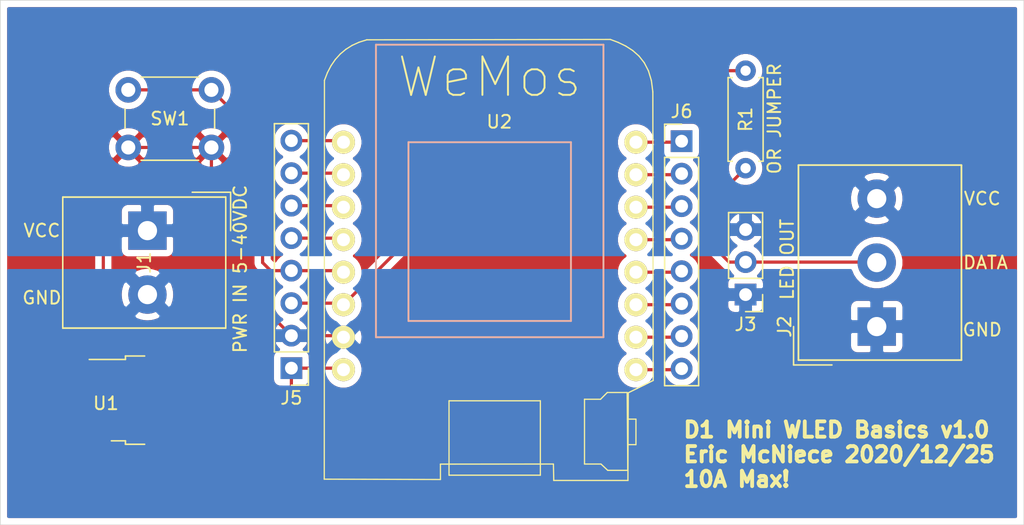
<source format=kicad_pcb>
(kicad_pcb (version 20171130) (host pcbnew "(5.1.5-0-10_14)")

  (general
    (thickness 1.6)
    (drawings 5)
    (tracks 58)
    (zones 0)
    (modules 9)
    (nets 19)
  )

  (page A4)
  (layers
    (0 F.Cu signal)
    (31 B.Cu signal)
    (32 B.Adhes user)
    (33 F.Adhes user)
    (34 B.Paste user)
    (35 F.Paste user)
    (36 B.SilkS user)
    (37 F.SilkS user)
    (38 B.Mask user)
    (39 F.Mask user)
    (40 Dwgs.User user)
    (41 Cmts.User user)
    (42 Eco1.User user)
    (43 Eco2.User user)
    (44 Edge.Cuts user)
    (45 Margin user)
    (46 B.CrtYd user)
    (47 F.CrtYd user)
    (48 B.Fab user)
    (49 F.Fab user)
  )

  (setup
    (last_trace_width 0.25)
    (user_trace_width 19)
    (trace_clearance 0.2)
    (zone_clearance 0.508)
    (zone_45_only no)
    (trace_min 0.2)
    (via_size 0.8)
    (via_drill 0.4)
    (via_min_size 0.4)
    (via_min_drill 0.3)
    (uvia_size 0.3)
    (uvia_drill 0.1)
    (uvias_allowed no)
    (uvia_min_size 0.2)
    (uvia_min_drill 0.1)
    (edge_width 0.05)
    (segment_width 0.2)
    (pcb_text_width 0.3)
    (pcb_text_size 1.5 1.5)
    (mod_edge_width 0.12)
    (mod_text_size 1 1)
    (mod_text_width 0.15)
    (pad_size 1.524 1.524)
    (pad_drill 0.762)
    (pad_to_mask_clearance 0.051)
    (solder_mask_min_width 0.25)
    (aux_axis_origin 0 0)
    (grid_origin 100 75)
    (visible_elements FFFFFF7F)
    (pcbplotparams
      (layerselection 0x010fc_ffffffff)
      (usegerberextensions false)
      (usegerberattributes false)
      (usegerberadvancedattributes false)
      (creategerberjobfile false)
      (excludeedgelayer true)
      (linewidth 0.100000)
      (plotframeref false)
      (viasonmask false)
      (mode 1)
      (useauxorigin false)
      (hpglpennumber 1)
      (hpglpenspeed 20)
      (hpglpendiameter 15.000000)
      (psnegative false)
      (psa4output false)
      (plotreference true)
      (plotvalue true)
      (plotinvisibletext false)
      (padsonsilk false)
      (subtractmaskfromsilk false)
      (outputformat 1)
      (mirror false)
      (drillshape 1)
      (scaleselection 1)
      (outputdirectory ""))
  )

  (net 0 "")
  (net 1 VCC)
  (net 2 GND)
  (net 3 "Net-(J2-Pad2)")
  (net 4 +5V)
  (net 5 "Net-(J5-Pad3)")
  (net 6 "Net-(J5-Pad5)")
  (net 7 "Net-(J5-Pad6)")
  (net 8 "Net-(J5-Pad7)")
  (net 9 "Net-(J5-Pad8)")
  (net 10 "Net-(J6-Pad8)")
  (net 11 "Net-(J6-Pad7)")
  (net 12 "Net-(J6-Pad6)")
  (net 13 "Net-(J6-Pad5)")
  (net 14 "Net-(J6-Pad4)")
  (net 15 "Net-(J6-Pad3)")
  (net 16 "Net-(J6-Pad2)")
  (net 17 "Net-(J6-Pad1)")
  (net 18 "Net-(J5-Pad4)")

  (net_class Default "This is the default net class."
    (clearance 0.2)
    (trace_width 0.25)
    (via_dia 0.8)
    (via_drill 0.4)
    (uvia_dia 0.3)
    (uvia_drill 0.1)
    (add_net +5V)
    (add_net GND)
    (add_net "Net-(J2-Pad2)")
    (add_net "Net-(J5-Pad3)")
    (add_net "Net-(J5-Pad4)")
    (add_net "Net-(J5-Pad5)")
    (add_net "Net-(J5-Pad6)")
    (add_net "Net-(J5-Pad7)")
    (add_net "Net-(J5-Pad8)")
    (add_net "Net-(J6-Pad1)")
    (add_net "Net-(J6-Pad2)")
    (add_net "Net-(J6-Pad3)")
    (add_net "Net-(J6-Pad4)")
    (add_net "Net-(J6-Pad5)")
    (add_net "Net-(J6-Pad6)")
    (add_net "Net-(J6-Pad7)")
    (add_net "Net-(J6-Pad8)")
    (add_net VCC)
  )

  (module TerminalBlock_Altech:Altech_AK300_1x02_P5.00mm_45-Degree (layer F.Cu) (tedit 5C27907F) (tstamp 5FDF9F67)
    (at 111.5 93 270)
    (descr "Altech AK300 serie terminal block (Script generated with StandardBox.py) (http://www.altechcorp.com/PDFS/PCBMETRC.PDF)")
    (tags "Altech AK300 serie connector")
    (path /5FD6FC39)
    (fp_text reference J1 (at 2.5 0.25 90) (layer F.SilkS)
      (effects (font (size 1 1) (thickness 0.15)))
    )
    (fp_text value Screw_Terminal_01x02 (at 2.75 4.75 90) (layer F.Fab)
      (effects (font (size 1 1) (thickness 0.15)))
    )
    (fp_line (start -2 -6) (end 7.5 -6) (layer F.Fab) (width 0.1))
    (fp_line (start 7.5 -6) (end 7.5 6.5) (layer F.Fab) (width 0.1))
    (fp_line (start 7.5 6.5) (end -2.5 6.5) (layer F.Fab) (width 0.1))
    (fp_line (start -2.5 6.5) (end -2.5 -5.5) (layer F.Fab) (width 0.1))
    (fp_line (start -2.5 -5.5) (end -2 -6) (layer F.Fab) (width 0.1))
    (fp_line (start -3 -3.5) (end -3 -6.5) (layer F.SilkS) (width 0.12))
    (fp_line (start -3 -6.5) (end 0 -6.5) (layer F.SilkS) (width 0.12))
    (fp_line (start -2.62 -6.12) (end 7.62 -6.12) (layer F.SilkS) (width 0.12))
    (fp_line (start 7.62 -6.12) (end 7.62 6.62) (layer F.SilkS) (width 0.12))
    (fp_line (start -2.62 6.62) (end 7.62 6.62) (layer F.SilkS) (width 0.12))
    (fp_line (start -2.62 -6.12) (end -2.62 6.62) (layer F.SilkS) (width 0.12))
    (fp_line (start -2.62 -6.12) (end 7.62 -6.12) (layer F.SilkS) (width 0.12))
    (fp_line (start 7.62 -6.12) (end 7.62 6.62) (layer F.SilkS) (width 0.12))
    (fp_line (start -2.62 6.62) (end 7.62 6.62) (layer F.SilkS) (width 0.12))
    (fp_line (start -2.62 -6.12) (end -2.62 6.62) (layer F.SilkS) (width 0.12))
    (fp_line (start -2.75 -6.25) (end 7.75 -6.25) (layer F.CrtYd) (width 0.05))
    (fp_line (start 7.75 -6.25) (end 7.75 6.75) (layer F.CrtYd) (width 0.05))
    (fp_line (start -2.75 6.75) (end 7.75 6.75) (layer F.CrtYd) (width 0.05))
    (fp_line (start -2.75 -6.25) (end -2.75 6.75) (layer F.CrtYd) (width 0.05))
    (fp_text user %R (at 2.5 0.25 90) (layer F.Fab)
      (effects (font (size 1 1) (thickness 0.15)))
    )
    (fp_text user "PWR IN 5-40VDC" (at 3 -7.25 270) (layer F.SilkS)
      (effects (font (size 1 1) (thickness 0.15)))
    )
    (fp_text user VCC (at 0 8.25) (layer F.SilkS)
      (effects (font (size 1 1) (thickness 0.15)))
    )
    (fp_text user GND (at 5.25 8.25) (layer F.SilkS)
      (effects (font (size 1 1) (thickness 0.15)))
    )
    (pad 1 thru_hole rect (at 0 0 270) (size 3 3) (drill 1.5) (layers *.Cu *.Mask)
      (net 1 VCC))
    (pad 2 thru_hole circle (at 5 0 270) (size 3 3) (drill 1.5) (layers *.Cu *.Mask)
      (net 2 GND))
    (model ${KISYS3DMOD}/TerminalBlock_Altech.3dshapes/Altech_AK300_1x02_P5.00mm_45-Degree.wrl
      (at (xyz 0 0 0))
      (scale (xyz 1 1 1))
      (rotate (xyz 0 0 0))
    )
  )

  (module TerminalBlock_Altech:Altech_AK300_1x03_P5.00mm_45-Degree (layer F.Cu) (tedit 5C27907F) (tstamp 5FDF9F82)
    (at 168.5 100.5 90)
    (descr "Altech AK300 serie terminal block (Script generated with StandardBox.py) (http://www.altechcorp.com/PDFS/PCBMETRC.PDF)")
    (tags "Altech AK300 serie connector")
    (path /5FD703A9)
    (fp_text reference J2 (at 0 -7.2 90) (layer F.SilkS)
      (effects (font (size 1 1) (thickness 0.15)))
    )
    (fp_text value Screw_Terminal_01x03 (at 4.75 3.75 90) (layer F.Fab)
      (effects (font (size 1 1) (thickness 0.15)))
    )
    (fp_line (start -2 -6) (end 12.5 -6) (layer F.Fab) (width 0.1))
    (fp_line (start 12.5 -6) (end 12.5 6.5) (layer F.Fab) (width 0.1))
    (fp_line (start 12.5 6.5) (end -2.5 6.5) (layer F.Fab) (width 0.1))
    (fp_line (start -2.5 6.5) (end -2.5 -5.5) (layer F.Fab) (width 0.1))
    (fp_line (start -2.5 -5.5) (end -2 -6) (layer F.Fab) (width 0.1))
    (fp_line (start -3 -3.5) (end -3 -6.5) (layer F.SilkS) (width 0.12))
    (fp_line (start -3 -6.5) (end 0 -6.5) (layer F.SilkS) (width 0.12))
    (fp_line (start -2.62 -6.12) (end 12.62 -6.12) (layer F.SilkS) (width 0.12))
    (fp_line (start 12.62 -6.12) (end 12.62 6.62) (layer F.SilkS) (width 0.12))
    (fp_line (start -2.62 6.62) (end 12.62 6.62) (layer F.SilkS) (width 0.12))
    (fp_line (start -2.62 -6.12) (end -2.62 6.62) (layer F.SilkS) (width 0.12))
    (fp_line (start -2.62 -6.12) (end 12.62 -6.12) (layer F.SilkS) (width 0.12))
    (fp_line (start 12.62 -6.12) (end 12.62 6.62) (layer F.SilkS) (width 0.12))
    (fp_line (start -2.62 6.62) (end 12.62 6.62) (layer F.SilkS) (width 0.12))
    (fp_line (start -2.62 -6.12) (end -2.62 6.62) (layer F.SilkS) (width 0.12))
    (fp_line (start -2.75 -6.25) (end 12.75 -6.25) (layer F.CrtYd) (width 0.05))
    (fp_line (start 12.75 -6.25) (end 12.75 6.75) (layer F.CrtYd) (width 0.05))
    (fp_line (start -2.75 6.75) (end 12.75 6.75) (layer F.CrtYd) (width 0.05))
    (fp_line (start -2.75 -6.25) (end -2.75 6.75) (layer F.CrtYd) (width 0.05))
    (fp_text user %R (at 5 0.25 90) (layer F.Fab)
      (effects (font (size 1 1) (thickness 0.15)))
    )
    (fp_text user "LED OUT" (at 5.25 -7 90) (layer F.SilkS)
      (effects (font (size 1 1) (thickness 0.15)))
    )
    (fp_text user VCC (at 10 8.25 180) (layer F.SilkS)
      (effects (font (size 1 1) (thickness 0.15)))
    )
    (fp_text user DATA (at 5 8.5 180) (layer F.SilkS)
      (effects (font (size 1 1) (thickness 0.15)))
    )
    (fp_text user GND (at -0.25 8.25 180) (layer F.SilkS)
      (effects (font (size 1 1) (thickness 0.15)))
    )
    (pad 1 thru_hole rect (at 0 0 90) (size 3 3) (drill 1.5) (layers *.Cu *.Mask)
      (net 2 GND))
    (pad 2 thru_hole circle (at 5 0 90) (size 3 3) (drill 1.5) (layers *.Cu *.Mask)
      (net 3 "Net-(J2-Pad2)"))
    (pad 3 thru_hole circle (at 10 0 90) (size 3 3) (drill 1.5) (layers *.Cu *.Mask)
      (net 1 VCC))
    (model ${KISYS3DMOD}/TerminalBlock_Altech.3dshapes/Altech_AK300_1x03_P5.00mm_45-Degree.wrl
      (at (xyz 0 0 0))
      (scale (xyz 1 1 1))
      (rotate (xyz 0 0 0))
    )
  )

  (module Connector_PinHeader_2.54mm:PinHeader_1x03_P2.54mm_Vertical (layer F.Cu) (tedit 59FED5CC) (tstamp 5FDF9F99)
    (at 158.25 98 180)
    (descr "Through hole straight pin header, 1x03, 2.54mm pitch, single row")
    (tags "Through hole pin header THT 1x03 2.54mm single row")
    (path /5FD71294)
    (fp_text reference J3 (at 0 -2.33) (layer F.SilkS)
      (effects (font (size 1 1) (thickness 0.15)))
    )
    (fp_text value Conn_01x03 (at -2.75 2.5 90) (layer F.Fab)
      (effects (font (size 1 1) (thickness 0.15)))
    )
    (fp_line (start -0.635 -1.27) (end 1.27 -1.27) (layer F.Fab) (width 0.1))
    (fp_line (start 1.27 -1.27) (end 1.27 6.35) (layer F.Fab) (width 0.1))
    (fp_line (start 1.27 6.35) (end -1.27 6.35) (layer F.Fab) (width 0.1))
    (fp_line (start -1.27 6.35) (end -1.27 -0.635) (layer F.Fab) (width 0.1))
    (fp_line (start -1.27 -0.635) (end -0.635 -1.27) (layer F.Fab) (width 0.1))
    (fp_line (start -1.33 6.41) (end 1.33 6.41) (layer F.SilkS) (width 0.12))
    (fp_line (start -1.33 1.27) (end -1.33 6.41) (layer F.SilkS) (width 0.12))
    (fp_line (start 1.33 1.27) (end 1.33 6.41) (layer F.SilkS) (width 0.12))
    (fp_line (start -1.33 1.27) (end 1.33 1.27) (layer F.SilkS) (width 0.12))
    (fp_line (start -1.33 0) (end -1.33 -1.33) (layer F.SilkS) (width 0.12))
    (fp_line (start -1.33 -1.33) (end 0 -1.33) (layer F.SilkS) (width 0.12))
    (fp_line (start -1.8 -1.8) (end -1.8 6.85) (layer F.CrtYd) (width 0.05))
    (fp_line (start -1.8 6.85) (end 1.8 6.85) (layer F.CrtYd) (width 0.05))
    (fp_line (start 1.8 6.85) (end 1.8 -1.8) (layer F.CrtYd) (width 0.05))
    (fp_line (start 1.8 -1.8) (end -1.8 -1.8) (layer F.CrtYd) (width 0.05))
    (fp_text user %R (at 0 2.54 90) (layer F.Fab)
      (effects (font (size 1 1) (thickness 0.15)))
    )
    (pad 1 thru_hole rect (at 0 0 180) (size 1.7 1.7) (drill 1) (layers *.Cu *.Mask)
      (net 2 GND))
    (pad 2 thru_hole oval (at 0 2.54 180) (size 1.7 1.7) (drill 1) (layers *.Cu *.Mask)
      (net 3 "Net-(J2-Pad2)"))
    (pad 3 thru_hole oval (at 0 5.08 180) (size 1.7 1.7) (drill 1) (layers *.Cu *.Mask)
      (net 1 VCC))
    (model ${KISYS3DMOD}/Connector_PinHeader_2.54mm.3dshapes/PinHeader_1x03_P2.54mm_Vertical.wrl
      (at (xyz 0 0 0))
      (scale (xyz 1 1 1))
      (rotate (xyz 0 0 0))
    )
  )

  (module Connector_PinHeader_2.54mm:PinHeader_1x08_P2.54mm_Vertical (layer F.Cu) (tedit 59FED5CC) (tstamp 5FDF9FCB)
    (at 122.75 103.75 180)
    (descr "Through hole straight pin header, 1x08, 2.54mm pitch, single row")
    (tags "Through hole pin header THT 1x08 2.54mm single row")
    (path /5FD72A6E)
    (fp_text reference J5 (at 0 -2.33) (layer F.SilkS)
      (effects (font (size 1 1) (thickness 0.15)))
    )
    (fp_text value Conn_01x08 (at 0 20.11) (layer F.Fab)
      (effects (font (size 1 1) (thickness 0.15)))
    )
    (fp_line (start -0.635 -1.27) (end 1.27 -1.27) (layer F.Fab) (width 0.1))
    (fp_line (start 1.27 -1.27) (end 1.27 19.05) (layer F.Fab) (width 0.1))
    (fp_line (start 1.27 19.05) (end -1.27 19.05) (layer F.Fab) (width 0.1))
    (fp_line (start -1.27 19.05) (end -1.27 -0.635) (layer F.Fab) (width 0.1))
    (fp_line (start -1.27 -0.635) (end -0.635 -1.27) (layer F.Fab) (width 0.1))
    (fp_line (start -1.33 19.11) (end 1.33 19.11) (layer F.SilkS) (width 0.12))
    (fp_line (start -1.33 1.27) (end -1.33 19.11) (layer F.SilkS) (width 0.12))
    (fp_line (start 1.33 1.27) (end 1.33 19.11) (layer F.SilkS) (width 0.12))
    (fp_line (start -1.33 1.27) (end 1.33 1.27) (layer F.SilkS) (width 0.12))
    (fp_line (start -1.33 0) (end -1.33 -1.33) (layer F.SilkS) (width 0.12))
    (fp_line (start -1.33 -1.33) (end 0 -1.33) (layer F.SilkS) (width 0.12))
    (fp_line (start -1.8 -1.8) (end -1.8 19.55) (layer F.CrtYd) (width 0.05))
    (fp_line (start -1.8 19.55) (end 1.8 19.55) (layer F.CrtYd) (width 0.05))
    (fp_line (start 1.8 19.55) (end 1.8 -1.8) (layer F.CrtYd) (width 0.05))
    (fp_line (start 1.8 -1.8) (end -1.8 -1.8) (layer F.CrtYd) (width 0.05))
    (fp_text user %R (at 0 8.89 90) (layer F.Fab)
      (effects (font (size 1 1) (thickness 0.15)))
    )
    (pad 1 thru_hole rect (at 0 0 180) (size 1.7 1.7) (drill 1) (layers *.Cu *.Mask)
      (net 4 +5V))
    (pad 2 thru_hole oval (at 0 2.54 180) (size 1.7 1.7) (drill 1) (layers *.Cu *.Mask)
      (net 2 GND))
    (pad 3 thru_hole oval (at 0 5.08 180) (size 1.7 1.7) (drill 1) (layers *.Cu *.Mask)
      (net 5 "Net-(J5-Pad3)"))
    (pad 4 thru_hole oval (at 0 7.62 180) (size 1.7 1.7) (drill 1) (layers *.Cu *.Mask)
      (net 18 "Net-(J5-Pad4)"))
    (pad 5 thru_hole oval (at 0 10.16 180) (size 1.7 1.7) (drill 1) (layers *.Cu *.Mask)
      (net 6 "Net-(J5-Pad5)"))
    (pad 6 thru_hole oval (at 0 12.7 180) (size 1.7 1.7) (drill 1) (layers *.Cu *.Mask)
      (net 7 "Net-(J5-Pad6)"))
    (pad 7 thru_hole oval (at 0 15.24 180) (size 1.7 1.7) (drill 1) (layers *.Cu *.Mask)
      (net 8 "Net-(J5-Pad7)"))
    (pad 8 thru_hole oval (at 0 17.78 180) (size 1.7 1.7) (drill 1) (layers *.Cu *.Mask)
      (net 9 "Net-(J5-Pad8)"))
    (model ${KISYS3DMOD}/Connector_PinHeader_2.54mm.3dshapes/PinHeader_1x08_P2.54mm_Vertical.wrl
      (at (xyz 0 0 0))
      (scale (xyz 1 1 1))
      (rotate (xyz 0 0 0))
    )
  )

  (module Connector_PinHeader_2.54mm:PinHeader_1x08_P2.54mm_Vertical (layer F.Cu) (tedit 59FED5CC) (tstamp 5FDF9FE7)
    (at 153.25 86.01)
    (descr "Through hole straight pin header, 1x08, 2.54mm pitch, single row")
    (tags "Through hole pin header THT 1x08 2.54mm single row")
    (path /5FD744FC)
    (fp_text reference J6 (at 0 -2.33) (layer F.SilkS)
      (effects (font (size 1 1) (thickness 0.15)))
    )
    (fp_text value Conn_01x08 (at 0 20.11) (layer F.Fab)
      (effects (font (size 1 1) (thickness 0.15)))
    )
    (fp_text user %R (at 0 8.89 90) (layer F.Fab)
      (effects (font (size 1 1) (thickness 0.15)))
    )
    (fp_line (start 1.8 -1.8) (end -1.8 -1.8) (layer F.CrtYd) (width 0.05))
    (fp_line (start 1.8 19.55) (end 1.8 -1.8) (layer F.CrtYd) (width 0.05))
    (fp_line (start -1.8 19.55) (end 1.8 19.55) (layer F.CrtYd) (width 0.05))
    (fp_line (start -1.8 -1.8) (end -1.8 19.55) (layer F.CrtYd) (width 0.05))
    (fp_line (start -1.33 -1.33) (end 0 -1.33) (layer F.SilkS) (width 0.12))
    (fp_line (start -1.33 0) (end -1.33 -1.33) (layer F.SilkS) (width 0.12))
    (fp_line (start -1.33 1.27) (end 1.33 1.27) (layer F.SilkS) (width 0.12))
    (fp_line (start 1.33 1.27) (end 1.33 19.11) (layer F.SilkS) (width 0.12))
    (fp_line (start -1.33 1.27) (end -1.33 19.11) (layer F.SilkS) (width 0.12))
    (fp_line (start -1.33 19.11) (end 1.33 19.11) (layer F.SilkS) (width 0.12))
    (fp_line (start -1.27 -0.635) (end -0.635 -1.27) (layer F.Fab) (width 0.1))
    (fp_line (start -1.27 19.05) (end -1.27 -0.635) (layer F.Fab) (width 0.1))
    (fp_line (start 1.27 19.05) (end -1.27 19.05) (layer F.Fab) (width 0.1))
    (fp_line (start 1.27 -1.27) (end 1.27 19.05) (layer F.Fab) (width 0.1))
    (fp_line (start -0.635 -1.27) (end 1.27 -1.27) (layer F.Fab) (width 0.1))
    (pad 8 thru_hole oval (at 0 17.78) (size 1.7 1.7) (drill 1) (layers *.Cu *.Mask)
      (net 10 "Net-(J6-Pad8)"))
    (pad 7 thru_hole oval (at 0 15.24) (size 1.7 1.7) (drill 1) (layers *.Cu *.Mask)
      (net 11 "Net-(J6-Pad7)"))
    (pad 6 thru_hole oval (at 0 12.7) (size 1.7 1.7) (drill 1) (layers *.Cu *.Mask)
      (net 12 "Net-(J6-Pad6)"))
    (pad 5 thru_hole oval (at 0 10.16) (size 1.7 1.7) (drill 1) (layers *.Cu *.Mask)
      (net 13 "Net-(J6-Pad5)"))
    (pad 4 thru_hole oval (at 0 7.62) (size 1.7 1.7) (drill 1) (layers *.Cu *.Mask)
      (net 14 "Net-(J6-Pad4)"))
    (pad 3 thru_hole oval (at 0 5.08) (size 1.7 1.7) (drill 1) (layers *.Cu *.Mask)
      (net 15 "Net-(J6-Pad3)"))
    (pad 2 thru_hole oval (at 0 2.54) (size 1.7 1.7) (drill 1) (layers *.Cu *.Mask)
      (net 16 "Net-(J6-Pad2)"))
    (pad 1 thru_hole rect (at 0 0) (size 1.7 1.7) (drill 1) (layers *.Cu *.Mask)
      (net 17 "Net-(J6-Pad1)"))
    (model ${KISYS3DMOD}/Connector_PinHeader_2.54mm.3dshapes/PinHeader_1x08_P2.54mm_Vertical.wrl
      (at (xyz 0 0 0))
      (scale (xyz 1 1 1))
      (rotate (xyz 0 0 0))
    )
  )

  (module Resistor_THT:R_Axial_DIN0207_L6.3mm_D2.5mm_P7.62mm_Horizontal (layer F.Cu) (tedit 5AE5139B) (tstamp 5FDFA021)
    (at 158.25 80.5 270)
    (descr "Resistor, Axial_DIN0207 series, Axial, Horizontal, pin pitch=7.62mm, 0.25W = 1/4W, length*diameter=6.3*2.5mm^2, http://cdn-reichelt.de/documents/datenblatt/B400/1_4W%23YAG.pdf")
    (tags "Resistor Axial_DIN0207 series Axial Horizontal pin pitch 7.62mm 0.25W = 1/4W length 6.3mm diameter 2.5mm")
    (path /5FDDFF44)
    (fp_text reference R1 (at 3.81 0 90) (layer F.SilkS)
      (effects (font (size 1 1) (thickness 0.15)))
    )
    (fp_text value R_US (at 3.81 2.37 90) (layer F.Fab)
      (effects (font (size 1 1) (thickness 0.15)))
    )
    (fp_line (start 0.66 -1.25) (end 0.66 1.25) (layer F.Fab) (width 0.1))
    (fp_line (start 0.66 1.25) (end 6.96 1.25) (layer F.Fab) (width 0.1))
    (fp_line (start 6.96 1.25) (end 6.96 -1.25) (layer F.Fab) (width 0.1))
    (fp_line (start 6.96 -1.25) (end 0.66 -1.25) (layer F.Fab) (width 0.1))
    (fp_line (start 0 0) (end 0.66 0) (layer F.Fab) (width 0.1))
    (fp_line (start 7.62 0) (end 6.96 0) (layer F.Fab) (width 0.1))
    (fp_line (start 0.54 -1.04) (end 0.54 -1.37) (layer F.SilkS) (width 0.12))
    (fp_line (start 0.54 -1.37) (end 7.08 -1.37) (layer F.SilkS) (width 0.12))
    (fp_line (start 7.08 -1.37) (end 7.08 -1.04) (layer F.SilkS) (width 0.12))
    (fp_line (start 0.54 1.04) (end 0.54 1.37) (layer F.SilkS) (width 0.12))
    (fp_line (start 0.54 1.37) (end 7.08 1.37) (layer F.SilkS) (width 0.12))
    (fp_line (start 7.08 1.37) (end 7.08 1.04) (layer F.SilkS) (width 0.12))
    (fp_line (start -1.05 -1.5) (end -1.05 1.5) (layer F.CrtYd) (width 0.05))
    (fp_line (start -1.05 1.5) (end 8.67 1.5) (layer F.CrtYd) (width 0.05))
    (fp_line (start 8.67 1.5) (end 8.67 -1.5) (layer F.CrtYd) (width 0.05))
    (fp_line (start 8.67 -1.5) (end -1.05 -1.5) (layer F.CrtYd) (width 0.05))
    (fp_text user %R (at 3.81 0 90) (layer F.Fab)
      (effects (font (size 1 1) (thickness 0.15)))
    )
    (fp_text user "OR JUMPER" (at 3.75 -2.25 270) (layer F.SilkS)
      (effects (font (size 1 1) (thickness 0.15)))
    )
    (pad 1 thru_hole circle (at 0 0 270) (size 1.6 1.6) (drill 0.8) (layers *.Cu *.Mask)
      (net 5 "Net-(J5-Pad3)"))
    (pad 2 thru_hole oval (at 7.62 0 270) (size 1.6 1.6) (drill 0.8) (layers *.Cu *.Mask)
      (net 3 "Net-(J2-Pad2)"))
    (model ${KISYS3DMOD}/Resistor_THT.3dshapes/R_Axial_DIN0207_L6.3mm_D2.5mm_P7.62mm_Horizontal.wrl
      (at (xyz 0 0 0))
      (scale (xyz 1 1 1))
      (rotate (xyz 0 0 0))
    )
  )

  (module Button_Switch_THT:SW_PUSH_6mm (layer F.Cu) (tedit 5A02FE31) (tstamp 5FDFA040)
    (at 116.5 86.5 180)
    (descr https://www.omron.com/ecb/products/pdf/en-b3f.pdf)
    (tags "tact sw push 6mm")
    (path /5FD6F2BD)
    (fp_text reference SW1 (at 3.25 2.25) (layer F.SilkS)
      (effects (font (size 1 1) (thickness 0.15)))
    )
    (fp_text value SW_SPST (at 3.75 6.7) (layer F.Fab)
      (effects (font (size 1 1) (thickness 0.15)))
    )
    (fp_text user %R (at 3.25 2.25) (layer F.Fab)
      (effects (font (size 1 1) (thickness 0.15)))
    )
    (fp_line (start 3.25 -0.75) (end 6.25 -0.75) (layer F.Fab) (width 0.1))
    (fp_line (start 6.25 -0.75) (end 6.25 5.25) (layer F.Fab) (width 0.1))
    (fp_line (start 6.25 5.25) (end 0.25 5.25) (layer F.Fab) (width 0.1))
    (fp_line (start 0.25 5.25) (end 0.25 -0.75) (layer F.Fab) (width 0.1))
    (fp_line (start 0.25 -0.75) (end 3.25 -0.75) (layer F.Fab) (width 0.1))
    (fp_line (start 7.75 6) (end 8 6) (layer F.CrtYd) (width 0.05))
    (fp_line (start 8 6) (end 8 5.75) (layer F.CrtYd) (width 0.05))
    (fp_line (start 7.75 -1.5) (end 8 -1.5) (layer F.CrtYd) (width 0.05))
    (fp_line (start 8 -1.5) (end 8 -1.25) (layer F.CrtYd) (width 0.05))
    (fp_line (start -1.5 -1.25) (end -1.5 -1.5) (layer F.CrtYd) (width 0.05))
    (fp_line (start -1.5 -1.5) (end -1.25 -1.5) (layer F.CrtYd) (width 0.05))
    (fp_line (start -1.5 5.75) (end -1.5 6) (layer F.CrtYd) (width 0.05))
    (fp_line (start -1.5 6) (end -1.25 6) (layer F.CrtYd) (width 0.05))
    (fp_line (start -1.25 -1.5) (end 7.75 -1.5) (layer F.CrtYd) (width 0.05))
    (fp_line (start -1.5 5.75) (end -1.5 -1.25) (layer F.CrtYd) (width 0.05))
    (fp_line (start 7.75 6) (end -1.25 6) (layer F.CrtYd) (width 0.05))
    (fp_line (start 8 -1.25) (end 8 5.75) (layer F.CrtYd) (width 0.05))
    (fp_line (start 1 5.5) (end 5.5 5.5) (layer F.SilkS) (width 0.12))
    (fp_line (start -0.25 1.5) (end -0.25 3) (layer F.SilkS) (width 0.12))
    (fp_line (start 5.5 -1) (end 1 -1) (layer F.SilkS) (width 0.12))
    (fp_line (start 6.75 3) (end 6.75 1.5) (layer F.SilkS) (width 0.12))
    (fp_circle (center 3.25 2.25) (end 1.25 2.5) (layer F.Fab) (width 0.1))
    (pad 2 thru_hole circle (at 0 4.5 270) (size 2 2) (drill 1.1) (layers *.Cu *.Mask)
      (net 18 "Net-(J5-Pad4)"))
    (pad 1 thru_hole circle (at 0 0 270) (size 2 2) (drill 1.1) (layers *.Cu *.Mask)
      (net 2 GND))
    (pad 2 thru_hole circle (at 6.5 4.5 270) (size 2 2) (drill 1.1) (layers *.Cu *.Mask)
      (net 18 "Net-(J5-Pad4)"))
    (pad 1 thru_hole circle (at 6.5 0 270) (size 2 2) (drill 1.1) (layers *.Cu *.Mask)
      (net 2 GND))
    (model ${KISYS3DMOD}/Button_Switch_THT.3dshapes/SW_PUSH_6mm.wrl
      (at (xyz 0 0 0))
      (scale (xyz 1 1 1))
      (rotate (xyz 0 0 0))
    )
  )

  (module Package_TO_SOT_SMD:TO-252-2 (layer F.Cu) (tedit 5A70A390) (tstamp 5FDFA064)
    (at 112.25 106.25)
    (descr "TO-252 / DPAK SMD package, http://www.infineon.com/cms/en/product/packages/PG-TO252/PG-TO252-3-1/")
    (tags "DPAK TO-252 DPAK-3 TO-252-3 SOT-428")
    (path /5FD8310F)
    (attr smd)
    (fp_text reference U1 (at -4 0.25) (layer F.SilkS)
      (effects (font (size 1 1) (thickness 0.15)))
    )
    (fp_text value KA78M05_TO252 (at 0 4.5) (layer F.Fab)
      (effects (font (size 1 1) (thickness 0.15)))
    )
    (fp_line (start 3.95 -2.7) (end 4.95 -2.7) (layer F.Fab) (width 0.1))
    (fp_line (start 4.95 -2.7) (end 4.95 2.7) (layer F.Fab) (width 0.1))
    (fp_line (start 4.95 2.7) (end 3.95 2.7) (layer F.Fab) (width 0.1))
    (fp_line (start 3.95 -3.25) (end 3.95 3.25) (layer F.Fab) (width 0.1))
    (fp_line (start 3.95 3.25) (end -2.27 3.25) (layer F.Fab) (width 0.1))
    (fp_line (start -2.27 3.25) (end -2.27 -2.25) (layer F.Fab) (width 0.1))
    (fp_line (start -2.27 -2.25) (end -1.27 -3.25) (layer F.Fab) (width 0.1))
    (fp_line (start -1.27 -3.25) (end 3.95 -3.25) (layer F.Fab) (width 0.1))
    (fp_line (start -1.865 -2.655) (end -4.97 -2.655) (layer F.Fab) (width 0.1))
    (fp_line (start -4.97 -2.655) (end -4.97 -1.905) (layer F.Fab) (width 0.1))
    (fp_line (start -4.97 -1.905) (end -2.27 -1.905) (layer F.Fab) (width 0.1))
    (fp_line (start -2.27 1.905) (end -4.97 1.905) (layer F.Fab) (width 0.1))
    (fp_line (start -4.97 1.905) (end -4.97 2.655) (layer F.Fab) (width 0.1))
    (fp_line (start -4.97 2.655) (end -2.27 2.655) (layer F.Fab) (width 0.1))
    (fp_line (start -0.97 -3.45) (end -2.47 -3.45) (layer F.SilkS) (width 0.12))
    (fp_line (start -2.47 -3.45) (end -2.47 -3.18) (layer F.SilkS) (width 0.12))
    (fp_line (start -2.47 -3.18) (end -5.3 -3.18) (layer F.SilkS) (width 0.12))
    (fp_line (start -0.97 3.45) (end -2.47 3.45) (layer F.SilkS) (width 0.12))
    (fp_line (start -2.47 3.45) (end -2.47 3.18) (layer F.SilkS) (width 0.12))
    (fp_line (start -2.47 3.18) (end -3.57 3.18) (layer F.SilkS) (width 0.12))
    (fp_line (start -5.55 -3.5) (end -5.55 3.5) (layer F.CrtYd) (width 0.05))
    (fp_line (start -5.55 3.5) (end 5.55 3.5) (layer F.CrtYd) (width 0.05))
    (fp_line (start 5.55 3.5) (end 5.55 -3.5) (layer F.CrtYd) (width 0.05))
    (fp_line (start 5.55 -3.5) (end -5.55 -3.5) (layer F.CrtYd) (width 0.05))
    (fp_text user %R (at 0 0) (layer F.Fab)
      (effects (font (size 1 1) (thickness 0.15)))
    )
    (pad 1 smd rect (at -4.2 -2.28) (size 2.2 1.2) (layers F.Cu F.Paste F.Mask)
      (net 1 VCC))
    (pad 3 smd rect (at -4.2 2.28) (size 2.2 1.2) (layers F.Cu F.Paste F.Mask)
      (net 4 +5V))
    (pad 2 smd rect (at 2.1 0) (size 6.4 5.8) (layers F.Cu F.Mask)
      (net 2 GND))
    (pad "" smd rect (at 3.775 1.525) (size 3.05 2.75) (layers F.Paste))
    (pad "" smd rect (at 0.425 -1.525) (size 3.05 2.75) (layers F.Paste))
    (pad "" smd rect (at 3.775 -1.525) (size 3.05 2.75) (layers F.Paste))
    (pad "" smd rect (at 0.425 1.525) (size 3.05 2.75) (layers F.Paste))
    (model ${KISYS3DMOD}/Package_TO_SOT_SMD.3dshapes/TO-252-2.wrl
      (at (xyz 0 0 0))
      (scale (xyz 1 1 1))
      (rotate (xyz 0 0 0))
    )
  )

  (module Wemos:D1_mini_board (layer F.Cu) (tedit 5766F65E) (tstamp 5FDFA426)
    (at 138.25 96.25)
    (path /5FD6D94E)
    (fp_text reference U2 (at 0.75 -11.75) (layer F.SilkS)
      (effects (font (size 1 1) (thickness 0.15)))
    )
    (fp_text value WeMos_mini (at 1.27 -19.05) (layer F.Fab)
      (effects (font (size 1 1) (thickness 0.15)))
    )
    (fp_text user WeMos (at 0 -15.24) (layer F.SilkS)
      (effects (font (size 3 3) (thickness 0.15)))
    )
    (fp_line (start -6.35 3.81) (end -6.35 -10.16) (layer B.SilkS) (width 0.15))
    (fp_line (start -6.35 -10.16) (end 6.35 -10.16) (layer B.SilkS) (width 0.15))
    (fp_line (start 6.35 -10.16) (end 6.35 3.81) (layer B.SilkS) (width 0.15))
    (fp_line (start 6.35 3.81) (end -6.35 3.81) (layer B.SilkS) (width 0.15))
    (fp_line (start -8.89 5.08) (end 8.89 5.08) (layer B.SilkS) (width 0.15))
    (fp_line (start 8.89 5.08) (end 8.89 -17.78) (layer B.SilkS) (width 0.15))
    (fp_line (start 8.89 -17.78) (end -8.89 -17.78) (layer B.SilkS) (width 0.15))
    (fp_line (start -8.89 -17.78) (end -8.89 5.08) (layer B.SilkS) (width 0.15))
    (fp_line (start 10.817472 16.277228) (end 5.00618 16.277228) (layer F.SilkS) (width 0.1))
    (fp_line (start 5.00618 16.277228) (end 4.979849 14.993795) (layer F.SilkS) (width 0.1))
    (fp_line (start 4.979849 14.993795) (end -3.851373 15.000483) (layer F.SilkS) (width 0.1))
    (fp_line (start -3.851373 15.000483) (end -3.849397 16.202736) (layer F.SilkS) (width 0.1))
    (fp_line (start -3.849397 16.202736) (end -12.930193 16.176658) (layer F.SilkS) (width 0.1))
    (fp_line (start -12.930193 16.176658) (end -12.916195 -14.993493) (layer F.SilkS) (width 0.1))
    (fp_line (start -12.916195 -14.993493) (end -12.683384 -15.596286) (layer F.SilkS) (width 0.1))
    (fp_line (start -12.683384 -15.596286) (end -12.399901 -16.141167) (layer F.SilkS) (width 0.1))
    (fp_line (start -12.399901 -16.141167) (end -12.065253 -16.627577) (layer F.SilkS) (width 0.1))
    (fp_line (start -12.065253 -16.627577) (end -11.678953 -17.054952) (layer F.SilkS) (width 0.1))
    (fp_line (start -11.678953 -17.054952) (end -11.240512 -17.422741) (layer F.SilkS) (width 0.1))
    (fp_line (start -11.240512 -17.422741) (end -10.74944 -17.730377) (layer F.SilkS) (width 0.1))
    (fp_line (start -10.74944 -17.730377) (end -10.20525 -17.97731) (layer F.SilkS) (width 0.1))
    (fp_line (start -10.20525 -17.97731) (end -9.607453 -18.162976) (layer F.SilkS) (width 0.1))
    (fp_line (start -9.607453 -18.162976) (end 9.43046 -18.191734) (layer F.SilkS) (width 0.1))
    (fp_line (start 9.43046 -18.191734) (end 10.049824 -17.957741) (layer F.SilkS) (width 0.1))
    (fp_line (start 10.049824 -17.957741) (end 10.638018 -17.673258) (layer F.SilkS) (width 0.1))
    (fp_line (start 10.638018 -17.673258) (end 11.181445 -17.323743) (layer F.SilkS) (width 0.1))
    (fp_line (start 11.181445 -17.323743) (end 11.666503 -16.894658) (layer F.SilkS) (width 0.1))
    (fp_line (start 11.666503 -16.894658) (end 12.079595 -16.37146) (layer F.SilkS) (width 0.1))
    (fp_line (start 12.079595 -16.37146) (end 12.407122 -15.739613) (layer F.SilkS) (width 0.1))
    (fp_line (start 12.407122 -15.739613) (end 12.635482 -14.984575) (layer F.SilkS) (width 0.1))
    (fp_line (start 12.635482 -14.984575) (end 12.751078 -14.091807) (layer F.SilkS) (width 0.1))
    (fp_line (start 12.751078 -14.091807) (end 12.776026 8.463285) (layer F.SilkS) (width 0.1))
    (fp_line (start 12.776026 8.463285) (end 10.83248 9.424181) (layer F.SilkS) (width 0.1))
    (fp_line (start 10.83248 9.424181) (end 10.802686 16.232524) (layer F.SilkS) (width 0.1))
    (fp_line (start -3.17965 10.051451) (end 3.959931 10.051451) (layer F.SilkS) (width 0.1))
    (fp_line (start 3.959931 10.051451) (end 3.959931 15.865188) (layer F.SilkS) (width 0.1))
    (fp_line (start 3.959931 15.865188) (end -3.17965 15.865188) (layer F.SilkS) (width 0.1))
    (fp_line (start -3.17965 15.865188) (end -3.17965 10.051451) (layer F.SilkS) (width 0.1))
    (fp_line (start 10.7436 9.402349) (end 9.191378 9.402349) (layer F.SilkS) (width 0.1))
    (fp_line (start 9.191378 9.402349) (end 8.662211 9.931515) (layer F.SilkS) (width 0.1))
    (fp_line (start 8.662211 9.931515) (end 7.40985 9.931515) (layer F.SilkS) (width 0.1))
    (fp_line (start 7.40985 9.931515) (end 7.40985 14.993876) (layer F.SilkS) (width 0.1))
    (fp_line (start 7.40985 14.993876) (end 8.697489 14.993876) (layer F.SilkS) (width 0.1))
    (fp_line (start 8.697489 14.993876) (end 9.226656 15.487765) (layer F.SilkS) (width 0.1))
    (fp_line (start 9.226656 15.487765) (end 10.796517 15.487765) (layer F.SilkS) (width 0.1))
    (fp_line (start 10.796517 15.487765) (end 10.7436 9.402349) (layer F.SilkS) (width 0.1))
    (fp_line (start 10.778878 11.483738) (end 11.431517 11.483738) (layer F.SilkS) (width 0.1))
    (fp_line (start 11.431517 11.483738) (end 11.431517 13.476932) (layer F.SilkS) (width 0.1))
    (fp_line (start 11.431517 13.476932) (end 10.814156 13.476932) (layer F.SilkS) (width 0.1))
    (pad 8 thru_hole circle (at -11.43 -10.16) (size 1.8 1.8) (drill 1.016) (layers *.Cu *.Mask F.SilkS)
      (net 9 "Net-(J5-Pad8)"))
    (pad 7 thru_hole circle (at -11.43 -7.62) (size 1.8 1.8) (drill 1.016) (layers *.Cu *.Mask F.SilkS)
      (net 8 "Net-(J5-Pad7)"))
    (pad 6 thru_hole circle (at -11.43 -5.08) (size 1.8 1.8) (drill 1.016) (layers *.Cu *.Mask F.SilkS)
      (net 7 "Net-(J5-Pad6)"))
    (pad 5 thru_hole circle (at -11.43 -2.54) (size 1.8 1.8) (drill 1.016) (layers *.Cu *.Mask F.SilkS)
      (net 6 "Net-(J5-Pad5)"))
    (pad 4 thru_hole circle (at -11.43 0) (size 1.8 1.8) (drill 1.016) (layers *.Cu *.Mask F.SilkS)
      (net 18 "Net-(J5-Pad4)"))
    (pad 3 thru_hole circle (at -11.43 2.54) (size 1.8 1.8) (drill 1.016) (layers *.Cu *.Mask F.SilkS)
      (net 5 "Net-(J5-Pad3)"))
    (pad 2 thru_hole circle (at -11.43 5.08) (size 1.8 1.8) (drill 1.016) (layers *.Cu *.Mask F.SilkS)
      (net 2 GND))
    (pad 1 thru_hole circle (at -11.43 7.62) (size 1.8 1.8) (drill 1.016) (layers *.Cu *.Mask F.SilkS)
      (net 4 +5V))
    (pad 16 thru_hole circle (at 11.43 7.62) (size 1.8 1.8) (drill 1.016) (layers *.Cu *.Mask F.SilkS)
      (net 10 "Net-(J6-Pad8)"))
    (pad 15 thru_hole circle (at 11.43 5.08) (size 1.8 1.8) (drill 1.016) (layers *.Cu *.Mask F.SilkS)
      (net 11 "Net-(J6-Pad7)"))
    (pad 14 thru_hole circle (at 11.43 2.54) (size 1.8 1.8) (drill 1.016) (layers *.Cu *.Mask F.SilkS)
      (net 12 "Net-(J6-Pad6)"))
    (pad 13 thru_hole circle (at 11.43 0) (size 1.8 1.8) (drill 1.016) (layers *.Cu *.Mask F.SilkS)
      (net 13 "Net-(J6-Pad5)"))
    (pad 12 thru_hole circle (at 11.43 -2.54) (size 1.8 1.8) (drill 1.016) (layers *.Cu *.Mask F.SilkS)
      (net 14 "Net-(J6-Pad4)"))
    (pad 11 thru_hole circle (at 11.43 -5.08) (size 1.8 1.8) (drill 1.016) (layers *.Cu *.Mask F.SilkS)
      (net 15 "Net-(J6-Pad3)"))
    (pad 10 thru_hole circle (at 11.43 -7.62) (size 1.8 1.8) (drill 1.016) (layers *.Cu *.Mask F.SilkS)
      (net 16 "Net-(J6-Pad2)"))
    (pad 9 thru_hole circle (at 11.43 -10.16) (size 1.8 1.8) (drill 1.016) (layers *.Cu *.Mask F.SilkS)
      (net 17 "Net-(J6-Pad1)"))
  )

  (gr_text "D1 Mini WLED Basics v1.0\nEric McNiece 2020/12/25\n10A Max!" (at 153.25 110.5) (layer F.SilkS)
    (effects (font (size 1.2 1.2) (thickness 0.3)) (justify left))
  )
  (gr_line (start 180 116) (end 180 75) (layer Edge.Cuts) (width 0.05))
  (gr_line (start 100 75) (end 100 116) (layer Edge.Cuts) (width 0.05) (tstamp 5FE5E0FD))
  (gr_line (start 100 116) (end 180 116) (layer Edge.Cuts) (width 0.05))
  (gr_line (start 100 75) (end 180 75) (layer Edge.Cuts) (width 0.05))

  (segment (start 108.05 103.12) (end 108.05 103.97) (width 0.25) (layer F.Cu) (net 1))
  (segment (start 108.05 94.7) (end 108.05 103.12) (width 0.25) (layer F.Cu) (net 1))
  (segment (start 109.75 93) (end 108.05 94.7) (width 0.25) (layer F.Cu) (net 1))
  (segment (start 111.5 93) (end 109.75 93) (width 0.25) (layer F.Cu) (net 1))
  (segment (start 126.7 101.21) (end 126.82 101.33) (width 0.25) (layer F.Cu) (net 2))
  (segment (start 122.75 101.21) (end 126.7 101.21) (width 0.25) (layer F.Cu) (net 2))
  (segment (start 116.5 94.96) (end 116.645 95.105) (width 0.25) (layer F.Cu) (net 2))
  (segment (start 116.5 86.5) (end 116.5 94.96) (width 0.25) (layer F.Cu) (net 2))
  (segment (start 116.645 95.105) (end 122.75 101.21) (width 0.25) (layer F.Cu) (net 2))
  (segment (start 116.5 86.5) (end 110 86.5) (width 0.25) (layer F.Cu) (net 2))
  (segment (start 158.25 88.12) (end 156 90.37) (width 0.25) (layer F.Cu) (net 3))
  (segment (start 156 90.37) (end 156 94.5) (width 0.25) (layer F.Cu) (net 3))
  (segment (start 156.96 95.46) (end 158.25 95.46) (width 0.25) (layer F.Cu) (net 3))
  (segment (start 156 94.5) (end 156.96 95.46) (width 0.25) (layer F.Cu) (net 3))
  (segment (start 168.96 95.46) (end 169 95.5) (width 0.25) (layer F.Cu) (net 3))
  (segment (start 158.25 95.46) (end 168.96 95.46) (width 0.25) (layer F.Cu) (net 3))
  (segment (start 122.75 106.25) (end 122.75 103.75) (width 0.25) (layer F.Cu) (net 4))
  (segment (start 119 110) (end 122.75 106.25) (width 0.25) (layer F.Cu) (net 4))
  (segment (start 126.7 103.75) (end 126.82 103.87) (width 0.25) (layer F.Cu) (net 4))
  (segment (start 122.75 103.75) (end 126.7 103.75) (width 0.25) (layer F.Cu) (net 4))
  (segment (start 108.05 109.38) (end 108.05 108.53) (width 0.25) (layer F.Cu) (net 4))
  (segment (start 108.67 110) (end 108.05 109.38) (width 0.25) (layer F.Cu) (net 4))
  (segment (start 119 110) (end 108.67 110) (width 0.25) (layer F.Cu) (net 4))
  (segment (start 126.7 98.67) (end 126.82 98.79) (width 0.25) (layer F.Cu) (net 5))
  (segment (start 122.75 98.67) (end 126.7 98.67) (width 0.25) (layer F.Cu) (net 5))
  (segment (start 145.11 80.5) (end 158.25 80.5) (width 0.25) (layer F.Cu) (net 5))
  (segment (start 126.82 98.79) (end 145.11 80.5) (width 0.25) (layer F.Cu) (net 5))
  (segment (start 126.7 93.59) (end 126.82 93.71) (width 0.25) (layer F.Cu) (net 6))
  (segment (start 122.75 93.59) (end 126.7 93.59) (width 0.25) (layer F.Cu) (net 6))
  (segment (start 126.7 91.05) (end 126.82 91.17) (width 0.25) (layer F.Cu) (net 7))
  (segment (start 122.75 91.05) (end 126.7 91.05) (width 0.25) (layer F.Cu) (net 7))
  (segment (start 126.7 88.51) (end 126.82 88.63) (width 0.25) (layer F.Cu) (net 8))
  (segment (start 122.75 88.51) (end 126.7 88.51) (width 0.25) (layer F.Cu) (net 8))
  (segment (start 126.7 85.97) (end 126.82 86.09) (width 0.25) (layer F.Cu) (net 9))
  (segment (start 122.75 85.97) (end 126.7 85.97) (width 0.25) (layer F.Cu) (net 9))
  (segment (start 153.17 103.87) (end 153.25 103.79) (width 0.25) (layer F.Cu) (net 10))
  (segment (start 149.68 103.87) (end 153.17 103.87) (width 0.25) (layer F.Cu) (net 10))
  (segment (start 153.17 101.33) (end 153.25 101.25) (width 0.25) (layer F.Cu) (net 11))
  (segment (start 149.68 101.33) (end 153.17 101.33) (width 0.25) (layer F.Cu) (net 11))
  (segment (start 153.17 98.79) (end 153.25 98.71) (width 0.25) (layer F.Cu) (net 12))
  (segment (start 149.68 98.79) (end 153.17 98.79) (width 0.25) (layer F.Cu) (net 12))
  (segment (start 153.17 96.25) (end 153.25 96.17) (width 0.25) (layer F.Cu) (net 13))
  (segment (start 149.68 96.25) (end 153.17 96.25) (width 0.25) (layer F.Cu) (net 13))
  (segment (start 153.17 93.71) (end 153.25 93.63) (width 0.25) (layer F.Cu) (net 14))
  (segment (start 149.68 93.71) (end 153.17 93.71) (width 0.25) (layer F.Cu) (net 14))
  (segment (start 153.17 91.17) (end 153.25 91.09) (width 0.25) (layer F.Cu) (net 15))
  (segment (start 149.68 91.17) (end 153.17 91.17) (width 0.25) (layer F.Cu) (net 15))
  (segment (start 153.17 88.63) (end 153.25 88.55) (width 0.25) (layer F.Cu) (net 16))
  (segment (start 149.68 88.63) (end 153.17 88.63) (width 0.25) (layer F.Cu) (net 16))
  (segment (start 153.17 86.09) (end 153.25 86.01) (width 0.25) (layer F.Cu) (net 17))
  (segment (start 149.68 86.09) (end 153.17 86.09) (width 0.25) (layer F.Cu) (net 17))
  (segment (start 126.7 96.13) (end 126.82 96.25) (width 0.25) (layer F.Cu) (net 18))
  (segment (start 122.75 96.13) (end 126.7 96.13) (width 0.25) (layer F.Cu) (net 18))
  (segment (start 120.5 86) (end 116.5 82) (width 0.25) (layer F.Cu) (net 18))
  (segment (start 120.5 95.5) (end 120.5 86) (width 0.25) (layer F.Cu) (net 18))
  (segment (start 121.13 96.13) (end 120.5 95.5) (width 0.25) (layer F.Cu) (net 18))
  (segment (start 122.75 96.13) (end 121.13 96.13) (width 0.25) (layer F.Cu) (net 18))
  (segment (start 116.5 82) (end 110 82) (width 0.25) (layer F.Cu) (net 18))

  (zone (net 2) (net_name GND) (layer B.Cu) (tstamp 5FE5E425) (hatch edge 0.508)
    (connect_pads (clearance 0.508))
    (min_thickness 0.254)
    (fill yes (arc_segments 32) (thermal_gap 0.508) (thermal_bridge_width 1))
    (polygon
      (pts
        (xy 180 116) (xy 100 116) (xy 100 96) (xy 180 96)
      )
    )
    (filled_polygon
      (pts
        (xy 110.384009 96.356508) (xy 111.5 97.472498) (xy 112.615991 96.356508) (xy 112.47425 96.127) (xy 121.265 96.127)
        (xy 121.265 96.27626) (xy 121.322068 96.563158) (xy 121.43401 96.833411) (xy 121.596525 97.076632) (xy 121.803368 97.283475)
        (xy 121.97776 97.4) (xy 121.803368 97.516525) (xy 121.596525 97.723368) (xy 121.43401 97.966589) (xy 121.322068 98.236842)
        (xy 121.265 98.52374) (xy 121.265 98.81626) (xy 121.322068 99.103158) (xy 121.43401 99.373411) (xy 121.596525 99.616632)
        (xy 121.803368 99.823475) (xy 121.984731 99.944658) (xy 121.902543 99.990539) (xy 121.680922 100.179301) (xy 121.500385 100.407672)
        (xy 121.388655 100.616735) (xy 121.477282 100.837) (xy 122.377 100.837) (xy 122.377 100.817) (xy 123.123 100.817)
        (xy 123.123 100.837) (xy 124.022718 100.837) (xy 124.111345 100.616735) (xy 123.999615 100.407672) (xy 123.819078 100.179301)
        (xy 123.597457 99.990539) (xy 123.515269 99.944658) (xy 123.696632 99.823475) (xy 123.903475 99.616632) (xy 124.06599 99.373411)
        (xy 124.177932 99.103158) (xy 124.235 98.81626) (xy 124.235 98.52374) (xy 124.177932 98.236842) (xy 124.06599 97.966589)
        (xy 123.903475 97.723368) (xy 123.696632 97.516525) (xy 123.52224 97.4) (xy 123.696632 97.283475) (xy 123.903475 97.076632)
        (xy 124.06599 96.833411) (xy 124.177932 96.563158) (xy 124.235 96.27626) (xy 124.235 96.127) (xy 125.285 96.127)
        (xy 125.285 96.401184) (xy 125.343989 96.697743) (xy 125.459701 96.977095) (xy 125.627688 97.228505) (xy 125.841495 97.442312)
        (xy 125.957763 97.52) (xy 125.841495 97.597688) (xy 125.627688 97.811495) (xy 125.459701 98.062905) (xy 125.343989 98.342257)
        (xy 125.285 98.638816) (xy 125.285 98.941184) (xy 125.343989 99.237743) (xy 125.459701 99.517095) (xy 125.627688 99.768505)
        (xy 125.841495 99.982312) (xy 126.092905 100.150299) (xy 126.220761 100.203259) (xy 126.82 100.802498) (xy 127.419239 100.203259)
        (xy 127.547095 100.150299) (xy 127.798505 99.982312) (xy 128.012312 99.768505) (xy 128.180299 99.517095) (xy 128.296011 99.237743)
        (xy 128.355 98.941184) (xy 128.355 98.638816) (xy 128.296011 98.342257) (xy 128.180299 98.062905) (xy 128.012312 97.811495)
        (xy 127.798505 97.597688) (xy 127.682237 97.52) (xy 127.798505 97.442312) (xy 128.012312 97.228505) (xy 128.180299 96.977095)
        (xy 128.296011 96.697743) (xy 128.355 96.401184) (xy 128.355 96.127) (xy 148.145 96.127) (xy 148.145 96.401184)
        (xy 148.203989 96.697743) (xy 148.319701 96.977095) (xy 148.487688 97.228505) (xy 148.701495 97.442312) (xy 148.817763 97.52)
        (xy 148.701495 97.597688) (xy 148.487688 97.811495) (xy 148.319701 98.062905) (xy 148.203989 98.342257) (xy 148.145 98.638816)
        (xy 148.145 98.941184) (xy 148.203989 99.237743) (xy 148.319701 99.517095) (xy 148.487688 99.768505) (xy 148.701495 99.982312)
        (xy 148.817763 100.06) (xy 148.701495 100.137688) (xy 148.487688 100.351495) (xy 148.319701 100.602905) (xy 148.203989 100.882257)
        (xy 148.145 101.178816) (xy 148.145 101.481184) (xy 148.203989 101.777743) (xy 148.319701 102.057095) (xy 148.487688 102.308505)
        (xy 148.701495 102.522312) (xy 148.817763 102.6) (xy 148.701495 102.677688) (xy 148.487688 102.891495) (xy 148.319701 103.142905)
        (xy 148.203989 103.422257) (xy 148.145 103.718816) (xy 148.145 104.021184) (xy 148.203989 104.317743) (xy 148.319701 104.597095)
        (xy 148.487688 104.848505) (xy 148.701495 105.062312) (xy 148.952905 105.230299) (xy 149.232257 105.346011) (xy 149.528816 105.405)
        (xy 149.831184 105.405) (xy 150.127743 105.346011) (xy 150.407095 105.230299) (xy 150.658505 105.062312) (xy 150.872312 104.848505)
        (xy 151.040299 104.597095) (xy 151.156011 104.317743) (xy 151.215 104.021184) (xy 151.215 103.718816) (xy 151.156011 103.422257)
        (xy 151.040299 103.142905) (xy 150.872312 102.891495) (xy 150.658505 102.677688) (xy 150.542237 102.6) (xy 150.658505 102.522312)
        (xy 150.872312 102.308505) (xy 151.040299 102.057095) (xy 151.156011 101.777743) (xy 151.215 101.481184) (xy 151.215 101.178816)
        (xy 151.156011 100.882257) (xy 151.040299 100.602905) (xy 150.872312 100.351495) (xy 150.658505 100.137688) (xy 150.542237 100.06)
        (xy 150.658505 99.982312) (xy 150.872312 99.768505) (xy 151.040299 99.517095) (xy 151.156011 99.237743) (xy 151.215 98.941184)
        (xy 151.215 98.638816) (xy 151.156011 98.342257) (xy 151.040299 98.062905) (xy 150.872312 97.811495) (xy 150.658505 97.597688)
        (xy 150.542237 97.52) (xy 150.658505 97.442312) (xy 150.872312 97.228505) (xy 151.040299 96.977095) (xy 151.156011 96.697743)
        (xy 151.215 96.401184) (xy 151.215 96.127) (xy 151.765 96.127) (xy 151.765 96.31626) (xy 151.822068 96.603158)
        (xy 151.93401 96.873411) (xy 152.096525 97.116632) (xy 152.303368 97.323475) (xy 152.47776 97.44) (xy 152.303368 97.556525)
        (xy 152.096525 97.763368) (xy 151.93401 98.006589) (xy 151.822068 98.276842) (xy 151.765 98.56374) (xy 151.765 98.85626)
        (xy 151.822068 99.143158) (xy 151.93401 99.413411) (xy 152.096525 99.656632) (xy 152.303368 99.863475) (xy 152.47776 99.98)
        (xy 152.303368 100.096525) (xy 152.096525 100.303368) (xy 151.93401 100.546589) (xy 151.822068 100.816842) (xy 151.765 101.10374)
        (xy 151.765 101.39626) (xy 151.822068 101.683158) (xy 151.93401 101.953411) (xy 152.096525 102.196632) (xy 152.303368 102.403475)
        (xy 152.47776 102.52) (xy 152.303368 102.636525) (xy 152.096525 102.843368) (xy 151.93401 103.086589) (xy 151.822068 103.356842)
        (xy 151.765 103.64374) (xy 151.765 103.93626) (xy 151.822068 104.223158) (xy 151.93401 104.493411) (xy 152.096525 104.736632)
        (xy 152.303368 104.943475) (xy 152.546589 105.10599) (xy 152.816842 105.217932) (xy 153.10374 105.275) (xy 153.39626 105.275)
        (xy 153.683158 105.217932) (xy 153.953411 105.10599) (xy 154.196632 104.943475) (xy 154.403475 104.736632) (xy 154.56599 104.493411)
        (xy 154.677932 104.223158) (xy 154.735 103.93626) (xy 154.735 103.64374) (xy 154.677932 103.356842) (xy 154.56599 103.086589)
        (xy 154.403475 102.843368) (xy 154.196632 102.636525) (xy 154.02224 102.52) (xy 154.196632 102.403475) (xy 154.403475 102.196632)
        (xy 154.53486 102) (xy 166.361928 102) (xy 166.374188 102.124482) (xy 166.410498 102.24418) (xy 166.469463 102.354494)
        (xy 166.548815 102.451185) (xy 166.645506 102.530537) (xy 166.75582 102.589502) (xy 166.875518 102.625812) (xy 167 102.638072)
        (xy 167.96825 102.635) (xy 168.127 102.47625) (xy 168.127 100.873) (xy 168.873 100.873) (xy 168.873 102.47625)
        (xy 169.03175 102.635) (xy 170 102.638072) (xy 170.124482 102.625812) (xy 170.24418 102.589502) (xy 170.354494 102.530537)
        (xy 170.451185 102.451185) (xy 170.530537 102.354494) (xy 170.589502 102.24418) (xy 170.625812 102.124482) (xy 170.638072 102)
        (xy 170.635 101.03175) (xy 170.47625 100.873) (xy 168.873 100.873) (xy 168.127 100.873) (xy 166.52375 100.873)
        (xy 166.365 101.03175) (xy 166.361928 102) (xy 154.53486 102) (xy 154.56599 101.953411) (xy 154.677932 101.683158)
        (xy 154.735 101.39626) (xy 154.735 101.10374) (xy 154.677932 100.816842) (xy 154.56599 100.546589) (xy 154.403475 100.303368)
        (xy 154.196632 100.096525) (xy 154.02224 99.98) (xy 154.196632 99.863475) (xy 154.403475 99.656632) (xy 154.56599 99.413411)
        (xy 154.677932 99.143158) (xy 154.735 98.85626) (xy 154.735 98.85) (xy 156.761928 98.85) (xy 156.774188 98.974482)
        (xy 156.810498 99.09418) (xy 156.869463 99.204494) (xy 156.948815 99.301185) (xy 157.045506 99.380537) (xy 157.15582 99.439502)
        (xy 157.275518 99.475812) (xy 157.4 99.488072) (xy 157.71825 99.485) (xy 157.877 99.32625) (xy 157.877 98.373)
        (xy 158.623 98.373) (xy 158.623 99.32625) (xy 158.78175 99.485) (xy 159.1 99.488072) (xy 159.224482 99.475812)
        (xy 159.34418 99.439502) (xy 159.454494 99.380537) (xy 159.551185 99.301185) (xy 159.630537 99.204494) (xy 159.689502 99.09418)
        (xy 159.718071 99) (xy 166.361928 99) (xy 166.365 99.96825) (xy 166.52375 100.127) (xy 168.127 100.127)
        (xy 168.127 98.52375) (xy 168.873 98.52375) (xy 168.873 100.127) (xy 170.47625 100.127) (xy 170.635 99.96825)
        (xy 170.638072 99) (xy 170.625812 98.875518) (xy 170.589502 98.75582) (xy 170.530537 98.645506) (xy 170.451185 98.548815)
        (xy 170.354494 98.469463) (xy 170.24418 98.410498) (xy 170.124482 98.374188) (xy 170 98.361928) (xy 169.03175 98.365)
        (xy 168.873 98.52375) (xy 168.127 98.52375) (xy 167.96825 98.365) (xy 167 98.361928) (xy 166.875518 98.374188)
        (xy 166.75582 98.410498) (xy 166.645506 98.469463) (xy 166.548815 98.548815) (xy 166.469463 98.645506) (xy 166.410498 98.75582)
        (xy 166.374188 98.875518) (xy 166.361928 99) (xy 159.718071 99) (xy 159.725812 98.974482) (xy 159.738072 98.85)
        (xy 159.735 98.53175) (xy 159.57625 98.373) (xy 158.623 98.373) (xy 157.877 98.373) (xy 156.92375 98.373)
        (xy 156.765 98.53175) (xy 156.761928 98.85) (xy 154.735 98.85) (xy 154.735 98.56374) (xy 154.677932 98.276842)
        (xy 154.56599 98.006589) (xy 154.403475 97.763368) (xy 154.196632 97.556525) (xy 154.02224 97.44) (xy 154.196632 97.323475)
        (xy 154.403475 97.116632) (xy 154.56599 96.873411) (xy 154.677932 96.603158) (xy 154.735 96.31626) (xy 154.735 96.127)
        (xy 156.918928 96.127) (xy 156.93401 96.163411) (xy 157.096525 96.406632) (xy 157.22838 96.538487) (xy 157.15582 96.560498)
        (xy 157.045506 96.619463) (xy 156.948815 96.698815) (xy 156.869463 96.795506) (xy 156.810498 96.90582) (xy 156.774188 97.025518)
        (xy 156.761928 97.15) (xy 156.765 97.46825) (xy 156.92375 97.627) (xy 157.877 97.627) (xy 157.877 97.607)
        (xy 158.623 97.607) (xy 158.623 97.627) (xy 159.57625 97.627) (xy 159.735 97.46825) (xy 159.738072 97.15)
        (xy 159.725812 97.025518) (xy 159.689502 96.90582) (xy 159.630537 96.795506) (xy 159.551185 96.698815) (xy 159.454494 96.619463)
        (xy 159.34418 96.560498) (xy 159.27162 96.538487) (xy 159.403475 96.406632) (xy 159.56599 96.163411) (xy 159.581072 96.127)
        (xy 166.448805 96.127) (xy 166.607988 96.511302) (xy 166.841637 96.860983) (xy 167.139017 97.158363) (xy 167.488698 97.392012)
        (xy 167.877244 97.552953) (xy 168.289721 97.635) (xy 168.710279 97.635) (xy 169.122756 97.552953) (xy 169.511302 97.392012)
        (xy 169.860983 97.158363) (xy 170.158363 96.860983) (xy 170.392012 96.511302) (xy 170.551195 96.127) (xy 179.34 96.127)
        (xy 179.34 115.34) (xy 100.66 115.34) (xy 100.66 102.9) (xy 121.261928 102.9) (xy 121.261928 104.6)
        (xy 121.274188 104.724482) (xy 121.310498 104.84418) (xy 121.369463 104.954494) (xy 121.448815 105.051185) (xy 121.545506 105.130537)
        (xy 121.65582 105.189502) (xy 121.775518 105.225812) (xy 121.9 105.238072) (xy 123.6 105.238072) (xy 123.724482 105.225812)
        (xy 123.84418 105.189502) (xy 123.954494 105.130537) (xy 124.051185 105.051185) (xy 124.130537 104.954494) (xy 124.189502 104.84418)
        (xy 124.225812 104.724482) (xy 124.238072 104.6) (xy 124.238072 103.718816) (xy 125.285 103.718816) (xy 125.285 104.021184)
        (xy 125.343989 104.317743) (xy 125.459701 104.597095) (xy 125.627688 104.848505) (xy 125.841495 105.062312) (xy 126.092905 105.230299)
        (xy 126.372257 105.346011) (xy 126.668816 105.405) (xy 126.971184 105.405) (xy 127.267743 105.346011) (xy 127.547095 105.230299)
        (xy 127.798505 105.062312) (xy 128.012312 104.848505) (xy 128.180299 104.597095) (xy 128.296011 104.317743) (xy 128.355 104.021184)
        (xy 128.355 103.718816) (xy 128.296011 103.422257) (xy 128.180299 103.142905) (xy 128.012312 102.891495) (xy 127.798505 102.677688)
        (xy 127.547095 102.509701) (xy 127.419239 102.456741) (xy 126.82 101.857502) (xy 126.220761 102.456741) (xy 126.092905 102.509701)
        (xy 125.841495 102.677688) (xy 125.627688 102.891495) (xy 125.459701 103.142905) (xy 125.343989 103.422257) (xy 125.285 103.718816)
        (xy 124.238072 103.718816) (xy 124.238072 102.9) (xy 124.225812 102.775518) (xy 124.189502 102.65582) (xy 124.130537 102.545506)
        (xy 124.051185 102.448815) (xy 123.954494 102.369463) (xy 123.84418 102.310498) (xy 123.765242 102.286553) (xy 123.819078 102.240699)
        (xy 123.999615 102.012328) (xy 124.111345 101.803265) (xy 124.022718 101.583) (xy 123.123 101.583) (xy 123.123 101.603)
        (xy 122.377 101.603) (xy 122.377 101.583) (xy 121.477282 101.583) (xy 121.388655 101.803265) (xy 121.500385 102.012328)
        (xy 121.680922 102.240699) (xy 121.734758 102.286553) (xy 121.65582 102.310498) (xy 121.545506 102.369463) (xy 121.448815 102.448815)
        (xy 121.369463 102.545506) (xy 121.310498 102.65582) (xy 121.274188 102.775518) (xy 121.261928 102.9) (xy 100.66 102.9)
        (xy 100.66 101.343308) (xy 125.27763 101.343308) (xy 125.309862 101.643955) (xy 125.389943 101.907944) (xy 125.614062 102.008436)
        (xy 126.292498 101.33) (xy 127.347502 101.33) (xy 128.025938 102.008436) (xy 128.250057 101.907944) (xy 128.335331 101.617848)
        (xy 128.36237 101.316692) (xy 128.330138 101.016045) (xy 128.250057 100.752056) (xy 128.025938 100.651564) (xy 127.347502 101.33)
        (xy 126.292498 101.33) (xy 125.614062 100.651564) (xy 125.389943 100.752056) (xy 125.304669 101.042152) (xy 125.27763 101.343308)
        (xy 100.66 101.343308) (xy 100.66 99.643492) (xy 110.384009 99.643492) (xy 110.559976 99.928418) (xy 110.954254 100.074754)
        (xy 111.369506 100.141358) (xy 111.789771 100.12567) (xy 112.198901 100.028295) (xy 112.440024 99.928418) (xy 112.615991 99.643492)
        (xy 111.5 98.527502) (xy 110.384009 99.643492) (xy 100.66 99.643492) (xy 100.66 97.869506) (xy 109.358642 97.869506)
        (xy 109.37433 98.289771) (xy 109.471705 98.698901) (xy 109.571582 98.940024) (xy 109.856508 99.115991) (xy 110.972498 98)
        (xy 112.027502 98) (xy 113.143492 99.115991) (xy 113.428418 98.940024) (xy 113.574754 98.545746) (xy 113.641358 98.130494)
        (xy 113.62567 97.710229) (xy 113.528295 97.301099) (xy 113.428418 97.059976) (xy 113.143492 96.884009) (xy 112.027502 98)
        (xy 110.972498 98) (xy 109.856508 96.884009) (xy 109.571582 97.059976) (xy 109.425246 97.454254) (xy 109.358642 97.869506)
        (xy 100.66 97.869506) (xy 100.66 96.127) (xy 110.52575 96.127)
      )
    )
  )
  (zone (net 2) (net_name GND) (layer F.Cu) (tstamp 5FE5E41F) (hatch edge 0.508)
    (connect_pads (clearance 0.508))
    (min_thickness 0.254)
    (fill yes (arc_segments 32) (thermal_gap 0.508) (thermal_bridge_width 0.508))
    (polygon
      (pts
        (xy 180 116) (xy 100 116) (xy 100 75) (xy 180 75)
      )
    )
    (filled_polygon
      (pts
        (xy 179.34 115.34) (xy 100.66 115.34) (xy 100.66 107.93) (xy 106.311928 107.93) (xy 106.311928 109.13)
        (xy 106.324188 109.254482) (xy 106.360498 109.37418) (xy 106.419463 109.484494) (xy 106.498815 109.581185) (xy 106.595506 109.660537)
        (xy 106.70582 109.719502) (xy 106.825518 109.755812) (xy 106.95 109.768072) (xy 107.395674 109.768072) (xy 107.415026 109.804276)
        (xy 107.453383 109.851013) (xy 107.509999 109.920001) (xy 107.539002 109.943803) (xy 108.106205 110.511008) (xy 108.129999 110.540001)
        (xy 108.158992 110.563795) (xy 108.158996 110.563799) (xy 108.229685 110.621811) (xy 108.245724 110.634974) (xy 108.377753 110.705546)
        (xy 108.521014 110.749003) (xy 108.632667 110.76) (xy 108.632676 110.76) (xy 108.669999 110.763676) (xy 108.707322 110.76)
        (xy 118.962678 110.76) (xy 119 110.763676) (xy 119.037322 110.76) (xy 119.037333 110.76) (xy 119.148986 110.749003)
        (xy 119.292247 110.705546) (xy 119.424276 110.634974) (xy 119.540001 110.540001) (xy 119.563804 110.510997) (xy 123.261004 106.813798)
        (xy 123.290001 106.790001) (xy 123.384974 106.674276) (xy 123.455546 106.542247) (xy 123.499003 106.398986) (xy 123.51 106.287333)
        (xy 123.51 106.287323) (xy 123.513676 106.25) (xy 123.51 106.212677) (xy 123.51 105.238072) (xy 123.6 105.238072)
        (xy 123.724482 105.225812) (xy 123.84418 105.189502) (xy 123.954494 105.130537) (xy 124.051185 105.051185) (xy 124.130537 104.954494)
        (xy 124.189502 104.84418) (xy 124.225812 104.724482) (xy 124.238072 104.6) (xy 124.238072 104.51) (xy 125.423625 104.51)
        (xy 125.459701 104.597095) (xy 125.627688 104.848505) (xy 125.841495 105.062312) (xy 126.092905 105.230299) (xy 126.372257 105.346011)
        (xy 126.668816 105.405) (xy 126.971184 105.405) (xy 127.267743 105.346011) (xy 127.547095 105.230299) (xy 127.798505 105.062312)
        (xy 128.012312 104.848505) (xy 128.180299 104.597095) (xy 128.296011 104.317743) (xy 128.355 104.021184) (xy 128.355 103.718816)
        (xy 128.296011 103.422257) (xy 128.180299 103.142905) (xy 128.012312 102.891495) (xy 127.798505 102.677688) (xy 127.644895 102.575049)
        (xy 127.704475 102.39408) (xy 126.82 101.509605) (xy 125.935525 102.39408) (xy 125.995105 102.575049) (xy 125.841495 102.677688)
        (xy 125.627688 102.891495) (xy 125.561869 102.99) (xy 124.238072 102.99) (xy 124.238072 102.9) (xy 124.225812 102.775518)
        (xy 124.189502 102.65582) (xy 124.130537 102.545506) (xy 124.051185 102.448815) (xy 123.954494 102.369463) (xy 123.84418 102.310498)
        (xy 123.763534 102.286034) (xy 123.847588 102.210269) (xy 124.021641 101.97692) (xy 124.146825 101.714099) (xy 124.191476 101.56689)
        (xy 124.101584 101.396553) (xy 125.279009 101.396553) (xy 125.321603 101.695907) (xy 125.421778 101.981199) (xy 125.501739 102.130792)
        (xy 125.75592 102.214475) (xy 126.640395 101.33) (xy 126.999605 101.33) (xy 127.88408 102.214475) (xy 128.138261 102.130792)
        (xy 128.269158 101.858225) (xy 128.344365 101.565358) (xy 128.360991 101.263447) (xy 128.318397 100.964093) (xy 128.218222 100.678801)
        (xy 128.138261 100.529208) (xy 127.88408 100.445525) (xy 126.999605 101.33) (xy 126.640395 101.33) (xy 125.75592 100.445525)
        (xy 125.501739 100.529208) (xy 125.370842 100.801775) (xy 125.295635 101.094642) (xy 125.279009 101.396553) (xy 124.101584 101.396553)
        (xy 124.070155 101.337) (xy 122.877 101.337) (xy 122.877 101.357) (xy 122.623 101.357) (xy 122.623 101.337)
        (xy 121.429845 101.337) (xy 121.308524 101.56689) (xy 121.353175 101.714099) (xy 121.478359 101.97692) (xy 121.652412 102.210269)
        (xy 121.736466 102.286034) (xy 121.65582 102.310498) (xy 121.545506 102.369463) (xy 121.448815 102.448815) (xy 121.369463 102.545506)
        (xy 121.310498 102.65582) (xy 121.274188 102.775518) (xy 121.261928 102.9) (xy 121.261928 104.6) (xy 121.274188 104.724482)
        (xy 121.310498 104.84418) (xy 121.369463 104.954494) (xy 121.448815 105.051185) (xy 121.545506 105.130537) (xy 121.65582 105.189502)
        (xy 121.775518 105.225812) (xy 121.9 105.238072) (xy 121.99 105.238072) (xy 121.99 105.935198) (xy 118.685199 109.24)
        (xy 118.179208 109.24) (xy 118.188072 109.15) (xy 118.185 106.53575) (xy 118.02625 106.377) (xy 114.477 106.377)
        (xy 114.477 106.397) (xy 114.223 106.397) (xy 114.223 106.377) (xy 110.67375 106.377) (xy 110.515 106.53575)
        (xy 110.511928 109.15) (xy 110.520792 109.24) (xy 109.777238 109.24) (xy 109.788072 109.13) (xy 109.788072 107.93)
        (xy 109.775812 107.805518) (xy 109.739502 107.68582) (xy 109.680537 107.575506) (xy 109.601185 107.478815) (xy 109.504494 107.399463)
        (xy 109.39418 107.340498) (xy 109.274482 107.304188) (xy 109.15 107.291928) (xy 106.95 107.291928) (xy 106.825518 107.304188)
        (xy 106.70582 107.340498) (xy 106.595506 107.399463) (xy 106.498815 107.478815) (xy 106.419463 107.575506) (xy 106.360498 107.68582)
        (xy 106.324188 107.805518) (xy 106.311928 107.93) (xy 100.66 107.93) (xy 100.66 103.37) (xy 106.311928 103.37)
        (xy 106.311928 104.57) (xy 106.324188 104.694482) (xy 106.360498 104.81418) (xy 106.419463 104.924494) (xy 106.498815 105.021185)
        (xy 106.595506 105.100537) (xy 106.70582 105.159502) (xy 106.825518 105.195812) (xy 106.95 105.208072) (xy 109.15 105.208072)
        (xy 109.274482 105.195812) (xy 109.39418 105.159502) (xy 109.504494 105.100537) (xy 109.601185 105.021185) (xy 109.680537 104.924494)
        (xy 109.739502 104.81418) (xy 109.775812 104.694482) (xy 109.788072 104.57) (xy 109.788072 103.37) (xy 109.786103 103.35)
        (xy 110.511928 103.35) (xy 110.515 105.96425) (xy 110.67375 106.123) (xy 114.223 106.123) (xy 114.223 102.87375)
        (xy 114.477 102.87375) (xy 114.477 106.123) (xy 118.02625 106.123) (xy 118.185 105.96425) (xy 118.188072 103.35)
        (xy 118.175812 103.225518) (xy 118.139502 103.10582) (xy 118.080537 102.995506) (xy 118.001185 102.898815) (xy 117.904494 102.819463)
        (xy 117.79418 102.760498) (xy 117.674482 102.724188) (xy 117.55 102.711928) (xy 114.63575 102.715) (xy 114.477 102.87375)
        (xy 114.223 102.87375) (xy 114.06425 102.715) (xy 111.15 102.711928) (xy 111.025518 102.724188) (xy 110.90582 102.760498)
        (xy 110.795506 102.819463) (xy 110.698815 102.898815) (xy 110.619463 102.995506) (xy 110.560498 103.10582) (xy 110.524188 103.225518)
        (xy 110.511928 103.35) (xy 109.786103 103.35) (xy 109.775812 103.245518) (xy 109.739502 103.12582) (xy 109.680537 103.015506)
        (xy 109.601185 102.918815) (xy 109.504494 102.839463) (xy 109.39418 102.780498) (xy 109.274482 102.744188) (xy 109.15 102.731928)
        (xy 108.81 102.731928) (xy 108.81 99.491653) (xy 110.187952 99.491653) (xy 110.343962 99.807214) (xy 110.718745 99.99802)
        (xy 111.123551 100.112044) (xy 111.542824 100.144902) (xy 111.960451 100.095334) (xy 112.360383 99.965243) (xy 112.656038 99.807214)
        (xy 112.812048 99.491653) (xy 111.5 98.179605) (xy 110.187952 99.491653) (xy 108.81 99.491653) (xy 108.81 98.042824)
        (xy 109.355098 98.042824) (xy 109.404666 98.460451) (xy 109.534757 98.860383) (xy 109.692786 99.156038) (xy 110.008347 99.312048)
        (xy 111.320395 98) (xy 111.679605 98) (xy 112.991653 99.312048) (xy 113.307214 99.156038) (xy 113.49802 98.781255)
        (xy 113.612044 98.376449) (xy 113.644902 97.957176) (xy 113.595334 97.539549) (xy 113.465243 97.139617) (xy 113.307214 96.843962)
        (xy 112.991653 96.687952) (xy 111.679605 98) (xy 111.320395 98) (xy 110.008347 96.687952) (xy 109.692786 96.843962)
        (xy 109.50198 97.218745) (xy 109.387956 97.623551) (xy 109.355098 98.042824) (xy 108.81 98.042824) (xy 108.81 96.508347)
        (xy 110.187952 96.508347) (xy 111.5 97.820395) (xy 112.812048 96.508347) (xy 112.656038 96.192786) (xy 112.281255 96.00198)
        (xy 111.876449 95.887956) (xy 111.457176 95.855098) (xy 111.039549 95.904666) (xy 110.639617 96.034757) (xy 110.343962 96.192786)
        (xy 110.187952 96.508347) (xy 108.81 96.508347) (xy 108.81 95.014801) (xy 109.361928 94.462873) (xy 109.361928 94.5)
        (xy 109.374188 94.624482) (xy 109.410498 94.74418) (xy 109.469463 94.854494) (xy 109.548815 94.951185) (xy 109.645506 95.030537)
        (xy 109.75582 95.089502) (xy 109.875518 95.125812) (xy 110 95.138072) (xy 113 95.138072) (xy 113.124482 95.125812)
        (xy 113.24418 95.089502) (xy 113.354494 95.030537) (xy 113.451185 94.951185) (xy 113.530537 94.854494) (xy 113.589502 94.74418)
        (xy 113.625812 94.624482) (xy 113.638072 94.5) (xy 113.638072 91.5) (xy 113.625812 91.375518) (xy 113.589502 91.25582)
        (xy 113.530537 91.145506) (xy 113.451185 91.048815) (xy 113.354494 90.969463) (xy 113.24418 90.910498) (xy 113.124482 90.874188)
        (xy 113 90.861928) (xy 110 90.861928) (xy 109.875518 90.874188) (xy 109.75582 90.910498) (xy 109.645506 90.969463)
        (xy 109.548815 91.048815) (xy 109.469463 91.145506) (xy 109.410498 91.25582) (xy 109.374188 91.375518) (xy 109.361928 91.5)
        (xy 109.361928 92.345674) (xy 109.325723 92.365026) (xy 109.292841 92.392012) (xy 109.209999 92.459999) (xy 109.186201 92.488997)
        (xy 107.539003 94.136196) (xy 107.509999 94.159999) (xy 107.470808 94.207754) (xy 107.415026 94.275724) (xy 107.374782 94.351015)
        (xy 107.344454 94.407754) (xy 107.300997 94.551015) (xy 107.29 94.662668) (xy 107.29 94.662678) (xy 107.286324 94.7)
        (xy 107.29 94.737322) (xy 107.290001 102.731928) (xy 106.95 102.731928) (xy 106.825518 102.744188) (xy 106.70582 102.780498)
        (xy 106.595506 102.839463) (xy 106.498815 102.918815) (xy 106.419463 103.015506) (xy 106.360498 103.12582) (xy 106.324188 103.245518)
        (xy 106.311928 103.37) (xy 100.66 103.37) (xy 100.66 87.635413) (xy 109.044192 87.635413) (xy 109.139956 87.899814)
        (xy 109.429571 88.040704) (xy 109.741108 88.122384) (xy 110.062595 88.141718) (xy 110.381675 88.097961) (xy 110.686088 87.992795)
        (xy 110.860044 87.899814) (xy 110.955808 87.635413) (xy 115.544192 87.635413) (xy 115.639956 87.899814) (xy 115.929571 88.040704)
        (xy 116.241108 88.122384) (xy 116.562595 88.141718) (xy 116.881675 88.097961) (xy 117.186088 87.992795) (xy 117.360044 87.899814)
        (xy 117.455808 87.635413) (xy 116.5 86.679605) (xy 115.544192 87.635413) (xy 110.955808 87.635413) (xy 110 86.679605)
        (xy 109.044192 87.635413) (xy 100.66 87.635413) (xy 100.66 86.562595) (xy 108.358282 86.562595) (xy 108.402039 86.881675)
        (xy 108.507205 87.186088) (xy 108.600186 87.360044) (xy 108.864587 87.455808) (xy 109.820395 86.5) (xy 110.179605 86.5)
        (xy 111.135413 87.455808) (xy 111.399814 87.360044) (xy 111.540704 87.070429) (xy 111.622384 86.758892) (xy 111.634189 86.562595)
        (xy 114.858282 86.562595) (xy 114.902039 86.881675) (xy 115.007205 87.186088) (xy 115.100186 87.360044) (xy 115.364587 87.455808)
        (xy 116.320395 86.5) (xy 116.679605 86.5) (xy 117.635413 87.455808) (xy 117.899814 87.360044) (xy 118.040704 87.070429)
        (xy 118.122384 86.758892) (xy 118.141718 86.437405) (xy 118.097961 86.118325) (xy 117.992795 85.813912) (xy 117.899814 85.639956)
        (xy 117.635413 85.544192) (xy 116.679605 86.5) (xy 116.320395 86.5) (xy 115.364587 85.544192) (xy 115.100186 85.639956)
        (xy 114.959296 85.929571) (xy 114.877616 86.241108) (xy 114.858282 86.562595) (xy 111.634189 86.562595) (xy 111.641718 86.437405)
        (xy 111.597961 86.118325) (xy 111.492795 85.813912) (xy 111.399814 85.639956) (xy 111.135413 85.544192) (xy 110.179605 86.5)
        (xy 109.820395 86.5) (xy 108.864587 85.544192) (xy 108.600186 85.639956) (xy 108.459296 85.929571) (xy 108.377616 86.241108)
        (xy 108.358282 86.562595) (xy 100.66 86.562595) (xy 100.66 85.364587) (xy 109.044192 85.364587) (xy 110 86.320395)
        (xy 110.955808 85.364587) (xy 115.544192 85.364587) (xy 116.5 86.320395) (xy 117.455808 85.364587) (xy 117.360044 85.100186)
        (xy 117.070429 84.959296) (xy 116.758892 84.877616) (xy 116.437405 84.858282) (xy 116.118325 84.902039) (xy 115.813912 85.007205)
        (xy 115.639956 85.100186) (xy 115.544192 85.364587) (xy 110.955808 85.364587) (xy 110.860044 85.100186) (xy 110.570429 84.959296)
        (xy 110.258892 84.877616) (xy 109.937405 84.858282) (xy 109.618325 84.902039) (xy 109.313912 85.007205) (xy 109.139956 85.100186)
        (xy 109.044192 85.364587) (xy 100.66 85.364587) (xy 100.66 81.838967) (xy 108.365 81.838967) (xy 108.365 82.161033)
        (xy 108.427832 82.476912) (xy 108.551082 82.774463) (xy 108.730013 83.042252) (xy 108.957748 83.269987) (xy 109.225537 83.448918)
        (xy 109.523088 83.572168) (xy 109.838967 83.635) (xy 110.161033 83.635) (xy 110.476912 83.572168) (xy 110.774463 83.448918)
        (xy 111.042252 83.269987) (xy 111.269987 83.042252) (xy 111.448918 82.774463) (xy 111.454909 82.76) (xy 115.045091 82.76)
        (xy 115.051082 82.774463) (xy 115.230013 83.042252) (xy 115.457748 83.269987) (xy 115.725537 83.448918) (xy 116.023088 83.572168)
        (xy 116.338967 83.635) (xy 116.661033 83.635) (xy 116.976912 83.572168) (xy 116.991376 83.566177) (xy 119.740001 86.314803)
        (xy 119.74 95.462678) (xy 119.736324 95.5) (xy 119.74 95.537322) (xy 119.74 95.537332) (xy 119.750997 95.648985)
        (xy 119.782321 95.752247) (xy 119.794454 95.792246) (xy 119.865026 95.924276) (xy 119.904871 95.972826) (xy 119.959999 96.040001)
        (xy 119.989002 96.063803) (xy 120.5662 96.641002) (xy 120.589999 96.670001) (xy 120.618997 96.693799) (xy 120.705724 96.764974)
        (xy 120.837753 96.835546) (xy 120.981014 96.879003) (xy 121.13 96.893677) (xy 121.167333 96.89) (xy 121.471822 96.89)
        (xy 121.596525 97.076632) (xy 121.803368 97.283475) (xy 121.97776 97.4) (xy 121.803368 97.516525) (xy 121.596525 97.723368)
        (xy 121.43401 97.966589) (xy 121.322068 98.236842) (xy 121.265 98.52374) (xy 121.265 98.81626) (xy 121.322068 99.103158)
        (xy 121.43401 99.373411) (xy 121.596525 99.616632) (xy 121.803368 99.823475) (xy 121.985534 99.945195) (xy 121.868645 100.014822)
        (xy 121.652412 100.209731) (xy 121.478359 100.44308) (xy 121.353175 100.705901) (xy 121.308524 100.85311) (xy 121.429845 101.083)
        (xy 122.623 101.083) (xy 122.623 101.063) (xy 122.877 101.063) (xy 122.877 101.083) (xy 124.070155 101.083)
        (xy 124.191476 100.85311) (xy 124.146825 100.705901) (xy 124.021641 100.44308) (xy 123.847588 100.209731) (xy 123.631355 100.014822)
        (xy 123.514466 99.945195) (xy 123.696632 99.823475) (xy 123.903475 99.616632) (xy 124.028178 99.43) (xy 125.423625 99.43)
        (xy 125.459701 99.517095) (xy 125.627688 99.768505) (xy 125.841495 99.982312) (xy 125.995105 100.084951) (xy 125.935525 100.26592)
        (xy 126.82 101.150395) (xy 127.704475 100.26592) (xy 127.644895 100.084951) (xy 127.798505 99.982312) (xy 128.012312 99.768505)
        (xy 128.180299 99.517095) (xy 128.296011 99.237743) (xy 128.355 98.941184) (xy 128.355 98.638816) (xy 128.303731 98.38107)
        (xy 140.745985 85.938816) (xy 148.145 85.938816) (xy 148.145 86.241184) (xy 148.203989 86.537743) (xy 148.319701 86.817095)
        (xy 148.487688 87.068505) (xy 148.701495 87.282312) (xy 148.817763 87.36) (xy 148.701495 87.437688) (xy 148.487688 87.651495)
        (xy 148.319701 87.902905) (xy 148.203989 88.182257) (xy 148.145 88.478816) (xy 148.145 88.781184) (xy 148.203989 89.077743)
        (xy 148.319701 89.357095) (xy 148.487688 89.608505) (xy 148.701495 89.822312) (xy 148.817763 89.9) (xy 148.701495 89.977688)
        (xy 148.487688 90.191495) (xy 148.319701 90.442905) (xy 148.203989 90.722257) (xy 148.145 91.018816) (xy 148.145 91.321184)
        (xy 148.203989 91.617743) (xy 148.319701 91.897095) (xy 148.487688 92.148505) (xy 148.701495 92.362312) (xy 148.817763 92.44)
        (xy 148.701495 92.517688) (xy 148.487688 92.731495) (xy 148.319701 92.982905) (xy 148.203989 93.262257) (xy 148.145 93.558816)
        (xy 148.145 93.861184) (xy 148.203989 94.157743) (xy 148.319701 94.437095) (xy 148.487688 94.688505) (xy 148.701495 94.902312)
        (xy 148.817763 94.98) (xy 148.701495 95.057688) (xy 148.487688 95.271495) (xy 148.319701 95.522905) (xy 148.203989 95.802257)
        (xy 148.145 96.098816) (xy 148.145 96.401184) (xy 148.203989 96.697743) (xy 148.319701 96.977095) (xy 148.487688 97.228505)
        (xy 148.701495 97.442312) (xy 148.817763 97.52) (xy 148.701495 97.597688) (xy 148.487688 97.811495) (xy 148.319701 98.062905)
        (xy 148.203989 98.342257) (xy 148.145 98.638816) (xy 148.145 98.941184) (xy 148.203989 99.237743) (xy 148.319701 99.517095)
        (xy 148.487688 99.768505) (xy 148.701495 99.982312) (xy 148.817763 100.06) (xy 148.701495 100.137688) (xy 148.487688 100.351495)
        (xy 148.319701 100.602905) (xy 148.203989 100.882257) (xy 148.145 101.178816) (xy 148.145 101.481184) (xy 148.203989 101.777743)
        (xy 148.319701 102.057095) (xy 148.487688 102.308505) (xy 148.701495 102.522312) (xy 148.817763 102.6) (xy 148.701495 102.677688)
        (xy 148.487688 102.891495) (xy 148.319701 103.142905) (xy 148.203989 103.422257) (xy 148.145 103.718816) (xy 148.145 104.021184)
        (xy 148.203989 104.317743) (xy 148.319701 104.597095) (xy 148.487688 104.848505) (xy 148.701495 105.062312) (xy 148.952905 105.230299)
        (xy 149.232257 105.346011) (xy 149.528816 105.405) (xy 149.831184 105.405) (xy 150.127743 105.346011) (xy 150.407095 105.230299)
        (xy 150.658505 105.062312) (xy 150.872312 104.848505) (xy 151.018313 104.63) (xy 152.025276 104.63) (xy 152.096525 104.736632)
        (xy 152.303368 104.943475) (xy 152.546589 105.10599) (xy 152.816842 105.217932) (xy 153.10374 105.275) (xy 153.39626 105.275)
        (xy 153.683158 105.217932) (xy 153.953411 105.10599) (xy 154.196632 104.943475) (xy 154.403475 104.736632) (xy 154.56599 104.493411)
        (xy 154.677932 104.223158) (xy 154.735 103.93626) (xy 154.735 103.64374) (xy 154.677932 103.356842) (xy 154.56599 103.086589)
        (xy 154.403475 102.843368) (xy 154.196632 102.636525) (xy 154.02224 102.52) (xy 154.196632 102.403475) (xy 154.403475 102.196632)
        (xy 154.53486 102) (xy 166.361928 102) (xy 166.374188 102.124482) (xy 166.410498 102.24418) (xy 166.469463 102.354494)
        (xy 166.548815 102.451185) (xy 166.645506 102.530537) (xy 166.75582 102.589502) (xy 166.875518 102.625812) (xy 167 102.638072)
        (xy 168.21425 102.635) (xy 168.373 102.47625) (xy 168.373 100.627) (xy 168.627 100.627) (xy 168.627 102.47625)
        (xy 168.78575 102.635) (xy 170 102.638072) (xy 170.124482 102.625812) (xy 170.24418 102.589502) (xy 170.354494 102.530537)
        (xy 170.451185 102.451185) (xy 170.530537 102.354494) (xy 170.589502 102.24418) (xy 170.625812 102.124482) (xy 170.638072 102)
        (xy 170.635 100.78575) (xy 170.47625 100.627) (xy 168.627 100.627) (xy 168.373 100.627) (xy 166.52375 100.627)
        (xy 166.365 100.78575) (xy 166.361928 102) (xy 154.53486 102) (xy 154.56599 101.953411) (xy 154.677932 101.683158)
        (xy 154.735 101.39626) (xy 154.735 101.10374) (xy 154.677932 100.816842) (xy 154.56599 100.546589) (xy 154.403475 100.303368)
        (xy 154.196632 100.096525) (xy 154.02224 99.98) (xy 154.196632 99.863475) (xy 154.403475 99.656632) (xy 154.56599 99.413411)
        (xy 154.677932 99.143158) (xy 154.735 98.85626) (xy 154.735 98.85) (xy 156.761928 98.85) (xy 156.774188 98.974482)
        (xy 156.810498 99.09418) (xy 156.869463 99.204494) (xy 156.948815 99.301185) (xy 157.045506 99.380537) (xy 157.15582 99.439502)
        (xy 157.275518 99.475812) (xy 157.4 99.488072) (xy 157.96425 99.485) (xy 158.123 99.32625) (xy 158.123 98.127)
        (xy 158.377 98.127) (xy 158.377 99.32625) (xy 158.53575 99.485) (xy 159.1 99.488072) (xy 159.224482 99.475812)
        (xy 159.34418 99.439502) (xy 159.454494 99.380537) (xy 159.551185 99.301185) (xy 159.630537 99.204494) (xy 159.689502 99.09418)
        (xy 159.718071 99) (xy 166.361928 99) (xy 166.365 100.21425) (xy 166.52375 100.373) (xy 168.373 100.373)
        (xy 168.373 98.52375) (xy 168.627 98.52375) (xy 168.627 100.373) (xy 170.47625 100.373) (xy 170.635 100.21425)
        (xy 170.638072 99) (xy 170.625812 98.875518) (xy 170.589502 98.75582) (xy 170.530537 98.645506) (xy 170.451185 98.548815)
        (xy 170.354494 98.469463) (xy 170.24418 98.410498) (xy 170.124482 98.374188) (xy 170 98.361928) (xy 168.78575 98.365)
        (xy 168.627 98.52375) (xy 168.373 98.52375) (xy 168.21425 98.365) (xy 167 98.361928) (xy 166.875518 98.374188)
        (xy 166.75582 98.410498) (xy 166.645506 98.469463) (xy 166.548815 98.548815) (xy 166.469463 98.645506) (xy 166.410498 98.75582)
        (xy 166.374188 98.875518) (xy 166.361928 99) (xy 159.718071 99) (xy 159.725812 98.974482) (xy 159.738072 98.85)
        (xy 159.735 98.28575) (xy 159.57625 98.127) (xy 158.377 98.127) (xy 158.123 98.127) (xy 156.92375 98.127)
        (xy 156.765 98.28575) (xy 156.761928 98.85) (xy 154.735 98.85) (xy 154.735 98.56374) (xy 154.677932 98.276842)
        (xy 154.56599 98.006589) (xy 154.403475 97.763368) (xy 154.196632 97.556525) (xy 154.02224 97.44) (xy 154.196632 97.323475)
        (xy 154.403475 97.116632) (xy 154.56599 96.873411) (xy 154.677932 96.603158) (xy 154.735 96.31626) (xy 154.735 96.02374)
        (xy 154.677932 95.736842) (xy 154.56599 95.466589) (xy 154.403475 95.223368) (xy 154.196632 95.016525) (xy 154.02224 94.9)
        (xy 154.196632 94.783475) (xy 154.403475 94.576632) (xy 154.56599 94.333411) (xy 154.677932 94.063158) (xy 154.735 93.77626)
        (xy 154.735 93.48374) (xy 154.677932 93.196842) (xy 154.56599 92.926589) (xy 154.403475 92.683368) (xy 154.196632 92.476525)
        (xy 154.02224 92.36) (xy 154.196632 92.243475) (xy 154.403475 92.036632) (xy 154.56599 91.793411) (xy 154.677932 91.523158)
        (xy 154.735 91.23626) (xy 154.735 90.94374) (xy 154.677932 90.656842) (xy 154.56599 90.386589) (xy 154.554906 90.37)
        (xy 155.236324 90.37) (xy 155.24 90.407323) (xy 155.240001 94.462668) (xy 155.236324 94.5) (xy 155.240001 94.537333)
        (xy 155.250998 94.648986) (xy 155.261923 94.685) (xy 155.294454 94.792246) (xy 155.365026 94.924276) (xy 155.436201 95.011002)
        (xy 155.46 95.040001) (xy 155.488998 95.063799) (xy 156.3962 95.971002) (xy 156.419999 96.000001) (xy 156.448997 96.023799)
        (xy 156.535723 96.094974) (xy 156.663759 96.163411) (xy 156.667753 96.165546) (xy 156.811014 96.209003) (xy 156.922667 96.22)
        (xy 156.922677 96.22) (xy 156.959999 96.223676) (xy 156.973396 96.222356) (xy 157.096525 96.406632) (xy 157.22838 96.538487)
        (xy 157.15582 96.560498) (xy 157.045506 96.619463) (xy 156.948815 96.698815) (xy 156.869463 96.795506) (xy 156.810498 96.90582)
        (xy 156.774188 97.025518) (xy 156.761928 97.15) (xy 156.765 97.71425) (xy 156.92375 97.873) (xy 158.123 97.873)
        (xy 158.123 97.853) (xy 158.377 97.853) (xy 158.377 97.873) (xy 159.57625 97.873) (xy 159.735 97.71425)
        (xy 159.738072 97.15) (xy 159.725812 97.025518) (xy 159.689502 96.90582) (xy 159.630537 96.795506) (xy 159.551185 96.698815)
        (xy 159.454494 96.619463) (xy 159.34418 96.560498) (xy 159.27162 96.538487) (xy 159.403475 96.406632) (xy 159.528178 96.22)
        (xy 166.487327 96.22) (xy 166.607988 96.511302) (xy 166.841637 96.860983) (xy 167.139017 97.158363) (xy 167.488698 97.392012)
        (xy 167.877244 97.552953) (xy 168.289721 97.635) (xy 168.710279 97.635) (xy 169.122756 97.552953) (xy 169.511302 97.392012)
        (xy 169.860983 97.158363) (xy 170.158363 96.860983) (xy 170.392012 96.511302) (xy 170.552953 96.122756) (xy 170.635 95.710279)
        (xy 170.635 95.289721) (xy 170.552953 94.877244) (xy 170.392012 94.488698) (xy 170.158363 94.139017) (xy 169.860983 93.841637)
        (xy 169.511302 93.607988) (xy 169.122756 93.447047) (xy 168.710279 93.365) (xy 168.289721 93.365) (xy 167.877244 93.447047)
        (xy 167.488698 93.607988) (xy 167.139017 93.841637) (xy 166.841637 94.139017) (xy 166.607988 94.488698) (xy 166.520464 94.7)
        (xy 159.528178 94.7) (xy 159.403475 94.513368) (xy 159.196632 94.306525) (xy 159.02224 94.19) (xy 159.196632 94.073475)
        (xy 159.403475 93.866632) (xy 159.56599 93.623411) (xy 159.677932 93.353158) (xy 159.735 93.06626) (xy 159.735 92.77374)
        (xy 159.677932 92.486842) (xy 159.56599 92.216589) (xy 159.403475 91.973368) (xy 159.196632 91.766525) (xy 158.953411 91.60401)
        (xy 158.683158 91.492068) (xy 158.39626 91.435) (xy 158.10374 91.435) (xy 157.816842 91.492068) (xy 157.546589 91.60401)
        (xy 157.303368 91.766525) (xy 157.096525 91.973368) (xy 156.93401 92.216589) (xy 156.822068 92.486842) (xy 156.765 92.77374)
        (xy 156.765 93.06626) (xy 156.822068 93.353158) (xy 156.93401 93.623411) (xy 157.096525 93.866632) (xy 157.303368 94.073475)
        (xy 157.47776 94.19) (xy 157.303368 94.306525) (xy 157.096525 94.513368) (xy 157.093178 94.518377) (xy 156.76 94.185199)
        (xy 156.76 90.684801) (xy 157.15508 90.289721) (xy 166.365 90.289721) (xy 166.365 90.710279) (xy 166.447047 91.122756)
        (xy 166.607988 91.511302) (xy 166.841637 91.860983) (xy 167.139017 92.158363) (xy 167.488698 92.392012) (xy 167.877244 92.552953)
        (xy 168.289721 92.635) (xy 168.710279 92.635) (xy 169.122756 92.552953) (xy 169.511302 92.392012) (xy 169.860983 92.158363)
        (xy 170.158363 91.860983) (xy 170.392012 91.511302) (xy 170.552953 91.122756) (xy 170.635 90.710279) (xy 170.635 90.289721)
        (xy 170.552953 89.877244) (xy 170.392012 89.488698) (xy 170.158363 89.139017) (xy 169.860983 88.841637) (xy 169.511302 88.607988)
        (xy 169.122756 88.447047) (xy 168.710279 88.365) (xy 168.289721 88.365) (xy 167.877244 88.447047) (xy 167.488698 88.607988)
        (xy 167.139017 88.841637) (xy 166.841637 89.139017) (xy 166.607988 89.488698) (xy 166.447047 89.877244) (xy 166.365 90.289721)
        (xy 157.15508 90.289721) (xy 157.926114 89.518688) (xy 158.108665 89.555) (xy 158.391335 89.555) (xy 158.668574 89.499853)
        (xy 158.929727 89.39168) (xy 159.164759 89.234637) (xy 159.364637 89.034759) (xy 159.52168 88.799727) (xy 159.629853 88.538574)
        (xy 159.685 88.261335) (xy 159.685 87.978665) (xy 159.629853 87.701426) (xy 159.52168 87.440273) (xy 159.364637 87.205241)
        (xy 159.164759 87.005363) (xy 158.929727 86.84832) (xy 158.668574 86.740147) (xy 158.391335 86.685) (xy 158.108665 86.685)
        (xy 157.831426 86.740147) (xy 157.570273 86.84832) (xy 157.335241 87.005363) (xy 157.135363 87.205241) (xy 156.97832 87.440273)
        (xy 156.870147 87.701426) (xy 156.815 87.978665) (xy 156.815 88.261335) (xy 156.851312 88.443886) (xy 155.489003 89.806196)
        (xy 155.459999 89.829999) (xy 155.405403 89.896525) (xy 155.365026 89.945724) (xy 155.317307 90.035) (xy 155.294454 90.077754)
        (xy 155.250997 90.221015) (xy 155.24 90.332668) (xy 155.24 90.332678) (xy 155.236324 90.37) (xy 154.554906 90.37)
        (xy 154.403475 90.143368) (xy 154.196632 89.936525) (xy 154.02224 89.82) (xy 154.196632 89.703475) (xy 154.403475 89.496632)
        (xy 154.56599 89.253411) (xy 154.677932 88.983158) (xy 154.735 88.69626) (xy 154.735 88.40374) (xy 154.677932 88.116842)
        (xy 154.56599 87.846589) (xy 154.403475 87.603368) (xy 154.27162 87.471513) (xy 154.34418 87.449502) (xy 154.454494 87.390537)
        (xy 154.551185 87.311185) (xy 154.630537 87.214494) (xy 154.689502 87.10418) (xy 154.725812 86.984482) (xy 154.738072 86.86)
        (xy 154.738072 85.16) (xy 154.725812 85.035518) (xy 154.689502 84.91582) (xy 154.630537 84.805506) (xy 154.551185 84.708815)
        (xy 154.454494 84.629463) (xy 154.34418 84.570498) (xy 154.224482 84.534188) (xy 154.1 84.521928) (xy 152.4 84.521928)
        (xy 152.275518 84.534188) (xy 152.15582 84.570498) (xy 152.045506 84.629463) (xy 151.948815 84.708815) (xy 151.869463 84.805506)
        (xy 151.810498 84.91582) (xy 151.774188 85.035518) (xy 151.761928 85.16) (xy 151.761928 85.33) (xy 151.018313 85.33)
        (xy 150.872312 85.111495) (xy 150.658505 84.897688) (xy 150.407095 84.729701) (xy 150.127743 84.613989) (xy 149.831184 84.555)
        (xy 149.528816 84.555) (xy 149.232257 84.613989) (xy 148.952905 84.729701) (xy 148.701495 84.897688) (xy 148.487688 85.111495)
        (xy 148.319701 85.362905) (xy 148.203989 85.642257) (xy 148.145 85.938816) (xy 140.745985 85.938816) (xy 145.424802 81.26)
        (xy 157.031957 81.26) (xy 157.135363 81.414759) (xy 157.335241 81.614637) (xy 157.570273 81.77168) (xy 157.831426 81.879853)
        (xy 158.108665 81.935) (xy 158.391335 81.935) (xy 158.668574 81.879853) (xy 158.929727 81.77168) (xy 159.164759 81.614637)
        (xy 159.364637 81.414759) (xy 159.52168 81.179727) (xy 159.629853 80.918574) (xy 159.685 80.641335) (xy 159.685 80.358665)
        (xy 159.629853 80.081426) (xy 159.52168 79.820273) (xy 159.364637 79.585241) (xy 159.164759 79.385363) (xy 158.929727 79.22832)
        (xy 158.668574 79.120147) (xy 158.391335 79.065) (xy 158.108665 79.065) (xy 157.831426 79.120147) (xy 157.570273 79.22832)
        (xy 157.335241 79.385363) (xy 157.135363 79.585241) (xy 157.031957 79.74) (xy 145.147322 79.74) (xy 145.109999 79.736324)
        (xy 145.072676 79.74) (xy 145.072667 79.74) (xy 144.961014 79.750997) (xy 144.817753 79.794454) (xy 144.685723 79.865026)
        (xy 144.602083 79.933668) (xy 144.569999 79.959999) (xy 144.546201 79.988997) (xy 128.355 96.180199) (xy 128.355 96.098816)
        (xy 128.296011 95.802257) (xy 128.180299 95.522905) (xy 128.012312 95.271495) (xy 127.798505 95.057688) (xy 127.682237 94.98)
        (xy 127.798505 94.902312) (xy 128.012312 94.688505) (xy 128.180299 94.437095) (xy 128.296011 94.157743) (xy 128.355 93.861184)
        (xy 128.355 93.558816) (xy 128.296011 93.262257) (xy 128.180299 92.982905) (xy 128.012312 92.731495) (xy 127.798505 92.517688)
        (xy 127.682237 92.44) (xy 127.798505 92.362312) (xy 128.012312 92.148505) (xy 128.180299 91.897095) (xy 128.296011 91.617743)
        (xy 128.355 91.321184) (xy 128.355 91.018816) (xy 128.296011 90.722257) (xy 128.180299 90.442905) (xy 128.012312 90.191495)
        (xy 127.798505 89.977688) (xy 127.682237 89.9) (xy 127.798505 89.822312) (xy 128.012312 89.608505) (xy 128.180299 89.357095)
        (xy 128.296011 89.077743) (xy 128.355 88.781184) (xy 128.355 88.478816) (xy 128.296011 88.182257) (xy 128.180299 87.902905)
        (xy 128.012312 87.651495) (xy 127.798505 87.437688) (xy 127.682237 87.36) (xy 127.798505 87.282312) (xy 128.012312 87.068505)
        (xy 128.180299 86.817095) (xy 128.296011 86.537743) (xy 128.355 86.241184) (xy 128.355 85.938816) (xy 128.296011 85.642257)
        (xy 128.180299 85.362905) (xy 128.012312 85.111495) (xy 127.798505 84.897688) (xy 127.547095 84.729701) (xy 127.267743 84.613989)
        (xy 126.971184 84.555) (xy 126.668816 84.555) (xy 126.372257 84.613989) (xy 126.092905 84.729701) (xy 125.841495 84.897688)
        (xy 125.627688 85.111495) (xy 125.561869 85.21) (xy 124.028178 85.21) (xy 123.903475 85.023368) (xy 123.696632 84.816525)
        (xy 123.453411 84.65401) (xy 123.183158 84.542068) (xy 122.89626 84.485) (xy 122.60374 84.485) (xy 122.316842 84.542068)
        (xy 122.046589 84.65401) (xy 121.803368 84.816525) (xy 121.596525 85.023368) (xy 121.43401 85.266589) (xy 121.322068 85.536842)
        (xy 121.265 85.82374) (xy 121.265 86.11626) (xy 121.322068 86.403158) (xy 121.43401 86.673411) (xy 121.596525 86.916632)
        (xy 121.803368 87.123475) (xy 121.97776 87.24) (xy 121.803368 87.356525) (xy 121.596525 87.563368) (xy 121.43401 87.806589)
        (xy 121.322068 88.076842) (xy 121.265 88.36374) (xy 121.265 88.65626) (xy 121.322068 88.943158) (xy 121.43401 89.213411)
        (xy 121.596525 89.456632) (xy 121.803368 89.663475) (xy 121.97776 89.78) (xy 121.803368 89.896525) (xy 121.596525 90.103368)
        (xy 121.43401 90.346589) (xy 121.322068 90.616842) (xy 121.265 90.90374) (xy 121.265 91.19626) (xy 121.322068 91.483158)
        (xy 121.43401 91.753411) (xy 121.596525 91.996632) (xy 121.803368 92.203475) (xy 121.97776 92.32) (xy 121.803368 92.436525)
        (xy 121.596525 92.643368) (xy 121.43401 92.886589) (xy 121.322068 93.156842) (xy 121.265 93.44374) (xy 121.265 93.73626)
        (xy 121.322068 94.023158) (xy 121.43401 94.293411) (xy 121.596525 94.536632) (xy 121.803368 94.743475) (xy 121.97776 94.86)
        (xy 121.803368 94.976525) (xy 121.596525 95.183368) (xy 121.471822 95.37) (xy 121.444802 95.37) (xy 121.26 95.185199)
        (xy 121.26 86.037322) (xy 121.263676 85.999999) (xy 121.26 85.962676) (xy 121.26 85.962667) (xy 121.249003 85.851014)
        (xy 121.205546 85.707753) (xy 121.134974 85.575724) (xy 121.040001 85.459999) (xy 121.011003 85.436201) (xy 118.066177 82.491376)
        (xy 118.072168 82.476912) (xy 118.135 82.161033) (xy 118.135 81.838967) (xy 118.072168 81.523088) (xy 117.948918 81.225537)
        (xy 117.769987 80.957748) (xy 117.542252 80.730013) (xy 117.274463 80.551082) (xy 116.976912 80.427832) (xy 116.661033 80.365)
        (xy 116.338967 80.365) (xy 116.023088 80.427832) (xy 115.725537 80.551082) (xy 115.457748 80.730013) (xy 115.230013 80.957748)
        (xy 115.051082 81.225537) (xy 115.045091 81.24) (xy 111.454909 81.24) (xy 111.448918 81.225537) (xy 111.269987 80.957748)
        (xy 111.042252 80.730013) (xy 110.774463 80.551082) (xy 110.476912 80.427832) (xy 110.161033 80.365) (xy 109.838967 80.365)
        (xy 109.523088 80.427832) (xy 109.225537 80.551082) (xy 108.957748 80.730013) (xy 108.730013 80.957748) (xy 108.551082 81.225537)
        (xy 108.427832 81.523088) (xy 108.365 81.838967) (xy 100.66 81.838967) (xy 100.66 75.66) (xy 179.340001 75.66)
      )
    )
  )
  (zone (net 1) (net_name VCC) (layer B.Cu) (tstamp 5FE5E422) (hatch edge 0.508)
    (connect_pads (clearance 0.508))
    (min_thickness 0.254)
    (fill yes (arc_segments 32) (thermal_gap 0.508) (thermal_bridge_width 1))
    (polygon
      (pts
        (xy 180 95) (xy 100 95) (xy 100 75) (xy 180 75)
      )
    )
    (filled_polygon
      (pts
        (xy 179.340001 94.873) (xy 170.551195 94.873) (xy 170.392012 94.488698) (xy 170.158363 94.139017) (xy 169.860983 93.841637)
        (xy 169.511302 93.607988) (xy 169.122756 93.447047) (xy 168.710279 93.365) (xy 168.289721 93.365) (xy 167.877244 93.447047)
        (xy 167.488698 93.607988) (xy 167.139017 93.841637) (xy 166.841637 94.139017) (xy 166.607988 94.488698) (xy 166.448805 94.873)
        (xy 159.614209 94.873) (xy 159.56599 94.756589) (xy 159.403475 94.513368) (xy 159.196632 94.306525) (xy 159.015269 94.185342)
        (xy 159.097457 94.139461) (xy 159.319078 93.950699) (xy 159.499615 93.722328) (xy 159.611345 93.513265) (xy 159.522718 93.293)
        (xy 158.623 93.293) (xy 158.623 93.313) (xy 157.877 93.313) (xy 157.877 93.293) (xy 156.977282 93.293)
        (xy 156.888655 93.513265) (xy 157.000385 93.722328) (xy 157.180922 93.950699) (xy 157.402543 94.139461) (xy 157.484731 94.185342)
        (xy 157.303368 94.306525) (xy 157.096525 94.513368) (xy 156.93401 94.756589) (xy 156.885791 94.873) (xy 154.062648 94.873)
        (xy 154.196632 94.783475) (xy 154.403475 94.576632) (xy 154.56599 94.333411) (xy 154.677932 94.063158) (xy 154.735 93.77626)
        (xy 154.735 93.48374) (xy 154.677932 93.196842) (xy 154.56599 92.926589) (xy 154.403475 92.683368) (xy 154.196632 92.476525)
        (xy 154.02224 92.36) (xy 154.072024 92.326735) (xy 156.888655 92.326735) (xy 156.977282 92.547) (xy 157.877 92.547)
        (xy 157.877 91.641343) (xy 158.623 91.641343) (xy 158.623 92.547) (xy 159.522718 92.547) (xy 159.611345 92.326735)
        (xy 159.513415 92.143492) (xy 167.384009 92.143492) (xy 167.559976 92.428418) (xy 167.954254 92.574754) (xy 168.369506 92.641358)
        (xy 168.789771 92.62567) (xy 169.198901 92.528295) (xy 169.440024 92.428418) (xy 169.615991 92.143492) (xy 168.5 91.027502)
        (xy 167.384009 92.143492) (xy 159.513415 92.143492) (xy 159.499615 92.117672) (xy 159.319078 91.889301) (xy 159.097457 91.700539)
        (xy 158.843268 91.55864) (xy 158.623 91.641343) (xy 157.877 91.641343) (xy 157.656732 91.55864) (xy 157.402543 91.700539)
        (xy 157.180922 91.889301) (xy 157.000385 92.117672) (xy 156.888655 92.326735) (xy 154.072024 92.326735) (xy 154.196632 92.243475)
        (xy 154.403475 92.036632) (xy 154.56599 91.793411) (xy 154.677932 91.523158) (xy 154.735 91.23626) (xy 154.735 90.94374)
        (xy 154.677932 90.656842) (xy 154.56599 90.386589) (xy 154.554576 90.369506) (xy 166.358642 90.369506) (xy 166.37433 90.789771)
        (xy 166.471705 91.198901) (xy 166.571582 91.440024) (xy 166.856508 91.615991) (xy 167.972498 90.5) (xy 169.027502 90.5)
        (xy 170.143492 91.615991) (xy 170.428418 91.440024) (xy 170.574754 91.045746) (xy 170.641358 90.630494) (xy 170.62567 90.210229)
        (xy 170.528295 89.801099) (xy 170.428418 89.559976) (xy 170.143492 89.384009) (xy 169.027502 90.5) (xy 167.972498 90.5)
        (xy 166.856508 89.384009) (xy 166.571582 89.559976) (xy 166.425246 89.954254) (xy 166.358642 90.369506) (xy 154.554576 90.369506)
        (xy 154.403475 90.143368) (xy 154.196632 89.936525) (xy 154.02224 89.82) (xy 154.196632 89.703475) (xy 154.403475 89.496632)
        (xy 154.56599 89.253411) (xy 154.677932 88.983158) (xy 154.735 88.69626) (xy 154.735 88.40374) (xy 154.677932 88.116842)
        (xy 154.620698 87.978665) (xy 156.815 87.978665) (xy 156.815 88.261335) (xy 156.870147 88.538574) (xy 156.97832 88.799727)
        (xy 157.135363 89.034759) (xy 157.335241 89.234637) (xy 157.570273 89.39168) (xy 157.831426 89.499853) (xy 158.108665 89.555)
        (xy 158.391335 89.555) (xy 158.668574 89.499853) (xy 158.929727 89.39168) (xy 159.164759 89.234637) (xy 159.364637 89.034759)
        (xy 159.48374 88.856508) (xy 167.384009 88.856508) (xy 168.5 89.972498) (xy 169.615991 88.856508) (xy 169.440024 88.571582)
        (xy 169.045746 88.425246) (xy 168.630494 88.358642) (xy 168.210229 88.37433) (xy 167.801099 88.471705) (xy 167.559976 88.571582)
        (xy 167.384009 88.856508) (xy 159.48374 88.856508) (xy 159.52168 88.799727) (xy 159.629853 88.538574) (xy 159.685 88.261335)
        (xy 159.685 87.978665) (xy 159.629853 87.701426) (xy 159.52168 87.440273) (xy 159.364637 87.205241) (xy 159.164759 87.005363)
        (xy 158.929727 86.84832) (xy 158.668574 86.740147) (xy 158.391335 86.685) (xy 158.108665 86.685) (xy 157.831426 86.740147)
        (xy 157.570273 86.84832) (xy 157.335241 87.005363) (xy 157.135363 87.205241) (xy 156.97832 87.440273) (xy 156.870147 87.701426)
        (xy 156.815 87.978665) (xy 154.620698 87.978665) (xy 154.56599 87.846589) (xy 154.403475 87.603368) (xy 154.27162 87.471513)
        (xy 154.34418 87.449502) (xy 154.454494 87.390537) (xy 154.551185 87.311185) (xy 154.630537 87.214494) (xy 154.689502 87.10418)
        (xy 154.725812 86.984482) (xy 154.738072 86.86) (xy 154.738072 85.16) (xy 154.725812 85.035518) (xy 154.689502 84.91582)
        (xy 154.630537 84.805506) (xy 154.551185 84.708815) (xy 154.454494 84.629463) (xy 154.34418 84.570498) (xy 154.224482 84.534188)
        (xy 154.1 84.521928) (xy 152.4 84.521928) (xy 152.275518 84.534188) (xy 152.15582 84.570498) (xy 152.045506 84.629463)
        (xy 151.948815 84.708815) (xy 151.869463 84.805506) (xy 151.810498 84.91582) (xy 151.774188 85.035518) (xy 151.761928 85.16)
        (xy 151.761928 86.86) (xy 151.774188 86.984482) (xy 151.810498 87.10418) (xy 151.869463 87.214494) (xy 151.948815 87.311185)
        (xy 152.045506 87.390537) (xy 152.15582 87.449502) (xy 152.22838 87.471513) (xy 152.096525 87.603368) (xy 151.93401 87.846589)
        (xy 151.822068 88.116842) (xy 151.765 88.40374) (xy 151.765 88.69626) (xy 151.822068 88.983158) (xy 151.93401 89.253411)
        (xy 152.096525 89.496632) (xy 152.303368 89.703475) (xy 152.47776 89.82) (xy 152.303368 89.936525) (xy 152.096525 90.143368)
        (xy 151.93401 90.386589) (xy 151.822068 90.656842) (xy 151.765 90.94374) (xy 151.765 91.23626) (xy 151.822068 91.523158)
        (xy 151.93401 91.793411) (xy 152.096525 92.036632) (xy 152.303368 92.243475) (xy 152.47776 92.36) (xy 152.303368 92.476525)
        (xy 152.096525 92.683368) (xy 151.93401 92.926589) (xy 151.822068 93.196842) (xy 151.765 93.48374) (xy 151.765 93.77626)
        (xy 151.822068 94.063158) (xy 151.93401 94.333411) (xy 152.096525 94.576632) (xy 152.303368 94.783475) (xy 152.437352 94.873)
        (xy 150.687817 94.873) (xy 150.872312 94.688505) (xy 151.040299 94.437095) (xy 151.156011 94.157743) (xy 151.215 93.861184)
        (xy 151.215 93.558816) (xy 151.156011 93.262257) (xy 151.040299 92.982905) (xy 150.872312 92.731495) (xy 150.658505 92.517688)
        (xy 150.542237 92.44) (xy 150.658505 92.362312) (xy 150.872312 92.148505) (xy 151.040299 91.897095) (xy 151.156011 91.617743)
        (xy 151.215 91.321184) (xy 151.215 91.018816) (xy 151.156011 90.722257) (xy 151.040299 90.442905) (xy 150.872312 90.191495)
        (xy 150.658505 89.977688) (xy 150.542237 89.9) (xy 150.658505 89.822312) (xy 150.872312 89.608505) (xy 151.040299 89.357095)
        (xy 151.156011 89.077743) (xy 151.215 88.781184) (xy 151.215 88.478816) (xy 151.156011 88.182257) (xy 151.040299 87.902905)
        (xy 150.872312 87.651495) (xy 150.658505 87.437688) (xy 150.542237 87.36) (xy 150.658505 87.282312) (xy 150.872312 87.068505)
        (xy 151.040299 86.817095) (xy 151.156011 86.537743) (xy 151.215 86.241184) (xy 151.215 85.938816) (xy 151.156011 85.642257)
        (xy 151.040299 85.362905) (xy 150.872312 85.111495) (xy 150.658505 84.897688) (xy 150.407095 84.729701) (xy 150.127743 84.613989)
        (xy 149.831184 84.555) (xy 149.528816 84.555) (xy 149.232257 84.613989) (xy 148.952905 84.729701) (xy 148.701495 84.897688)
        (xy 148.487688 85.111495) (xy 148.319701 85.362905) (xy 148.203989 85.642257) (xy 148.145 85.938816) (xy 148.145 86.241184)
        (xy 148.203989 86.537743) (xy 148.319701 86.817095) (xy 148.487688 87.068505) (xy 148.701495 87.282312) (xy 148.817763 87.36)
        (xy 148.701495 87.437688) (xy 148.487688 87.651495) (xy 148.319701 87.902905) (xy 148.203989 88.182257) (xy 148.145 88.478816)
        (xy 148.145 88.781184) (xy 148.203989 89.077743) (xy 148.319701 89.357095) (xy 148.487688 89.608505) (xy 148.701495 89.822312)
        (xy 148.817763 89.9) (xy 148.701495 89.977688) (xy 148.487688 90.191495) (xy 148.319701 90.442905) (xy 148.203989 90.722257)
        (xy 148.145 91.018816) (xy 148.145 91.321184) (xy 148.203989 91.617743) (xy 148.319701 91.897095) (xy 148.487688 92.148505)
        (xy 148.701495 92.362312) (xy 148.817763 92.44) (xy 148.701495 92.517688) (xy 148.487688 92.731495) (xy 148.319701 92.982905)
        (xy 148.203989 93.262257) (xy 148.145 93.558816) (xy 148.145 93.861184) (xy 148.203989 94.157743) (xy 148.319701 94.437095)
        (xy 148.487688 94.688505) (xy 148.672183 94.873) (xy 127.827817 94.873) (xy 128.012312 94.688505) (xy 128.180299 94.437095)
        (xy 128.296011 94.157743) (xy 128.355 93.861184) (xy 128.355 93.558816) (xy 128.296011 93.262257) (xy 128.180299 92.982905)
        (xy 128.012312 92.731495) (xy 127.798505 92.517688) (xy 127.682237 92.44) (xy 127.798505 92.362312) (xy 128.012312 92.148505)
        (xy 128.180299 91.897095) (xy 128.296011 91.617743) (xy 128.355 91.321184) (xy 128.355 91.018816) (xy 128.296011 90.722257)
        (xy 128.180299 90.442905) (xy 128.012312 90.191495) (xy 127.798505 89.977688) (xy 127.682237 89.9) (xy 127.798505 89.822312)
        (xy 128.012312 89.608505) (xy 128.180299 89.357095) (xy 128.296011 89.077743) (xy 128.355 88.781184) (xy 128.355 88.478816)
        (xy 128.296011 88.182257) (xy 128.180299 87.902905) (xy 128.012312 87.651495) (xy 127.798505 87.437688) (xy 127.682237 87.36)
        (xy 127.798505 87.282312) (xy 128.012312 87.068505) (xy 128.180299 86.817095) (xy 128.296011 86.537743) (xy 128.355 86.241184)
        (xy 128.355 85.938816) (xy 128.296011 85.642257) (xy 128.180299 85.362905) (xy 128.012312 85.111495) (xy 127.798505 84.897688)
        (xy 127.547095 84.729701) (xy 127.267743 84.613989) (xy 126.971184 84.555) (xy 126.668816 84.555) (xy 126.372257 84.613989)
        (xy 126.092905 84.729701) (xy 125.841495 84.897688) (xy 125.627688 85.111495) (xy 125.459701 85.362905) (xy 125.343989 85.642257)
        (xy 125.285 85.938816) (xy 125.285 86.241184) (xy 125.343989 86.537743) (xy 125.459701 86.817095) (xy 125.627688 87.068505)
        (xy 125.841495 87.282312) (xy 125.957763 87.36) (xy 125.841495 87.437688) (xy 125.627688 87.651495) (xy 125.459701 87.902905)
        (xy 125.343989 88.182257) (xy 125.285 88.478816) (xy 125.285 88.781184) (xy 125.343989 89.077743) (xy 125.459701 89.357095)
        (xy 125.627688 89.608505) (xy 125.841495 89.822312) (xy 125.957763 89.9) (xy 125.841495 89.977688) (xy 125.627688 90.191495)
        (xy 125.459701 90.442905) (xy 125.343989 90.722257) (xy 125.285 91.018816) (xy 125.285 91.321184) (xy 125.343989 91.617743)
        (xy 125.459701 91.897095) (xy 125.627688 92.148505) (xy 125.841495 92.362312) (xy 125.957763 92.44) (xy 125.841495 92.517688)
        (xy 125.627688 92.731495) (xy 125.459701 92.982905) (xy 125.343989 93.262257) (xy 125.285 93.558816) (xy 125.285 93.861184)
        (xy 125.343989 94.157743) (xy 125.459701 94.437095) (xy 125.627688 94.688505) (xy 125.812183 94.873) (xy 123.541696 94.873)
        (xy 123.52224 94.86) (xy 123.696632 94.743475) (xy 123.903475 94.536632) (xy 124.06599 94.293411) (xy 124.177932 94.023158)
        (xy 124.235 93.73626) (xy 124.235 93.44374) (xy 124.177932 93.156842) (xy 124.06599 92.886589) (xy 123.903475 92.643368)
        (xy 123.696632 92.436525) (xy 123.52224 92.32) (xy 123.696632 92.203475) (xy 123.903475 91.996632) (xy 124.06599 91.753411)
        (xy 124.177932 91.483158) (xy 124.235 91.19626) (xy 124.235 90.90374) (xy 124.177932 90.616842) (xy 124.06599 90.346589)
        (xy 123.903475 90.103368) (xy 123.696632 89.896525) (xy 123.52224 89.78) (xy 123.696632 89.663475) (xy 123.903475 89.456632)
        (xy 124.06599 89.213411) (xy 124.177932 88.943158) (xy 124.235 88.65626) (xy 124.235 88.36374) (xy 124.177932 88.076842)
        (xy 124.06599 87.806589) (xy 123.903475 87.563368) (xy 123.696632 87.356525) (xy 123.52224 87.24) (xy 123.696632 87.123475)
        (xy 123.903475 86.916632) (xy 124.06599 86.673411) (xy 124.177932 86.403158) (xy 124.235 86.11626) (xy 124.235 85.82374)
        (xy 124.177932 85.536842) (xy 124.06599 85.266589) (xy 123.903475 85.023368) (xy 123.696632 84.816525) (xy 123.453411 84.65401)
        (xy 123.183158 84.542068) (xy 122.89626 84.485) (xy 122.60374 84.485) (xy 122.316842 84.542068) (xy 122.046589 84.65401)
        (xy 121.803368 84.816525) (xy 121.596525 85.023368) (xy 121.43401 85.266589) (xy 121.322068 85.536842) (xy 121.265 85.82374)
        (xy 121.265 86.11626) (xy 121.322068 86.403158) (xy 121.43401 86.673411) (xy 121.596525 86.916632) (xy 121.803368 87.123475)
        (xy 121.97776 87.24) (xy 121.803368 87.356525) (xy 121.596525 87.563368) (xy 121.43401 87.806589) (xy 121.322068 88.076842)
        (xy 121.265 88.36374) (xy 121.265 88.65626) (xy 121.322068 88.943158) (xy 121.43401 89.213411) (xy 121.596525 89.456632)
        (xy 121.803368 89.663475) (xy 121.97776 89.78) (xy 121.803368 89.896525) (xy 121.596525 90.103368) (xy 121.43401 90.346589)
        (xy 121.322068 90.616842) (xy 121.265 90.90374) (xy 121.265 91.19626) (xy 121.322068 91.483158) (xy 121.43401 91.753411)
        (xy 121.596525 91.996632) (xy 121.803368 92.203475) (xy 121.97776 92.32) (xy 121.803368 92.436525) (xy 121.596525 92.643368)
        (xy 121.43401 92.886589) (xy 121.322068 93.156842) (xy 121.265 93.44374) (xy 121.265 93.73626) (xy 121.322068 94.023158)
        (xy 121.43401 94.293411) (xy 121.596525 94.536632) (xy 121.803368 94.743475) (xy 121.97776 94.86) (xy 121.958304 94.873)
        (xy 113.51535 94.873) (xy 113.530537 94.854494) (xy 113.589502 94.74418) (xy 113.625812 94.624482) (xy 113.638072 94.5)
        (xy 113.635 93.53175) (xy 113.47625 93.373) (xy 111.873 93.373) (xy 111.873 93.393) (xy 111.127 93.393)
        (xy 111.127 93.373) (xy 109.52375 93.373) (xy 109.365 93.53175) (xy 109.361928 94.5) (xy 109.374188 94.624482)
        (xy 109.410498 94.74418) (xy 109.469463 94.854494) (xy 109.48465 94.873) (xy 100.66 94.873) (xy 100.66 91.5)
        (xy 109.361928 91.5) (xy 109.365 92.46825) (xy 109.52375 92.627) (xy 111.127 92.627) (xy 111.127 91.02375)
        (xy 111.873 91.02375) (xy 111.873 92.627) (xy 113.47625 92.627) (xy 113.635 92.46825) (xy 113.638072 91.5)
        (xy 113.625812 91.375518) (xy 113.589502 91.25582) (xy 113.530537 91.145506) (xy 113.451185 91.048815) (xy 113.354494 90.969463)
        (xy 113.24418 90.910498) (xy 113.124482 90.874188) (xy 113 90.861928) (xy 112.03175 90.865) (xy 111.873 91.02375)
        (xy 111.127 91.02375) (xy 110.96825 90.865) (xy 110 90.861928) (xy 109.875518 90.874188) (xy 109.75582 90.910498)
        (xy 109.645506 90.969463) (xy 109.548815 91.048815) (xy 109.469463 91.145506) (xy 109.410498 91.25582) (xy 109.374188 91.375518)
        (xy 109.361928 91.5) (xy 100.66 91.5) (xy 100.66 86.338967) (xy 108.365 86.338967) (xy 108.365 86.661033)
        (xy 108.427832 86.976912) (xy 108.551082 87.274463) (xy 108.730013 87.542252) (xy 108.957748 87.769987) (xy 109.225537 87.948918)
        (xy 109.523088 88.072168) (xy 109.838967 88.135) (xy 110.161033 88.135) (xy 110.476912 88.072168) (xy 110.774463 87.948918)
        (xy 111.042252 87.769987) (xy 111.269987 87.542252) (xy 111.448918 87.274463) (xy 111.572168 86.976912) (xy 111.635 86.661033)
        (xy 111.635 86.338967) (xy 114.865 86.338967) (xy 114.865 86.661033) (xy 114.927832 86.976912) (xy 115.051082 87.274463)
        (xy 115.230013 87.542252) (xy 115.457748 87.769987) (xy 115.725537 87.948918) (xy 116.023088 88.072168) (xy 116.338967 88.135)
        (xy 116.661033 88.135) (xy 116.976912 88.072168) (xy 117.274463 87.948918) (xy 117.542252 87.769987) (xy 117.769987 87.542252)
        (xy 117.948918 87.274463) (xy 118.072168 86.976912) (xy 118.135 86.661033) (xy 118.135 86.338967) (xy 118.072168 86.023088)
        (xy 117.948918 85.725537) (xy 117.769987 85.457748) (xy 117.542252 85.230013) (xy 117.274463 85.051082) (xy 116.976912 84.927832)
        (xy 116.661033 84.865) (xy 116.338967 84.865) (xy 116.023088 84.927832) (xy 115.725537 85.051082) (xy 115.457748 85.230013)
        (xy 115.230013 85.457748) (xy 115.051082 85.725537) (xy 114.927832 86.023088) (xy 114.865 86.338967) (xy 111.635 86.338967)
        (xy 111.572168 86.023088) (xy 111.448918 85.725537) (xy 111.269987 85.457748) (xy 111.042252 85.230013) (xy 110.774463 85.051082)
        (xy 110.476912 84.927832) (xy 110.161033 84.865) (xy 109.838967 84.865) (xy 109.523088 84.927832) (xy 109.225537 85.051082)
        (xy 108.957748 85.230013) (xy 108.730013 85.457748) (xy 108.551082 85.725537) (xy 108.427832 86.023088) (xy 108.365 86.338967)
        (xy 100.66 86.338967) (xy 100.66 81.838967) (xy 108.365 81.838967) (xy 108.365 82.161033) (xy 108.427832 82.476912)
        (xy 108.551082 82.774463) (xy 108.730013 83.042252) (xy 108.957748 83.269987) (xy 109.225537 83.448918) (xy 109.523088 83.572168)
        (xy 109.838967 83.635) (xy 110.161033 83.635) (xy 110.476912 83.572168) (xy 110.774463 83.448918) (xy 111.042252 83.269987)
        (xy 111.269987 83.042252) (xy 111.448918 82.774463) (xy 111.572168 82.476912) (xy 111.635 82.161033) (xy 111.635 81.838967)
        (xy 114.865 81.838967) (xy 114.865 82.161033) (xy 114.927832 82.476912) (xy 115.051082 82.774463) (xy 115.230013 83.042252)
        (xy 115.457748 83.269987) (xy 115.725537 83.448918) (xy 116.023088 83.572168) (xy 116.338967 83.635) (xy 116.661033 83.635)
        (xy 116.976912 83.572168) (xy 117.274463 83.448918) (xy 117.542252 83.269987) (xy 117.769987 83.042252) (xy 117.948918 82.774463)
        (xy 118.072168 82.476912) (xy 118.135 82.161033) (xy 118.135 81.838967) (xy 118.072168 81.523088) (xy 117.948918 81.225537)
        (xy 117.769987 80.957748) (xy 117.542252 80.730013) (xy 117.274463 80.551082) (xy 116.976912 80.427832) (xy 116.661033 80.365)
        (xy 116.338967 80.365) (xy 116.023088 80.427832) (xy 115.725537 80.551082) (xy 115.457748 80.730013) (xy 115.230013 80.957748)
        (xy 115.051082 81.225537) (xy 114.927832 81.523088) (xy 114.865 81.838967) (xy 111.635 81.838967) (xy 111.572168 81.523088)
        (xy 111.448918 81.225537) (xy 111.269987 80.957748) (xy 111.042252 80.730013) (xy 110.774463 80.551082) (xy 110.476912 80.427832)
        (xy 110.161033 80.365) (xy 109.838967 80.365) (xy 109.523088 80.427832) (xy 109.225537 80.551082) (xy 108.957748 80.730013)
        (xy 108.730013 80.957748) (xy 108.551082 81.225537) (xy 108.427832 81.523088) (xy 108.365 81.838967) (xy 100.66 81.838967)
        (xy 100.66 80.358665) (xy 156.815 80.358665) (xy 156.815 80.641335) (xy 156.870147 80.918574) (xy 156.97832 81.179727)
        (xy 157.135363 81.414759) (xy 157.335241 81.614637) (xy 157.570273 81.77168) (xy 157.831426 81.879853) (xy 158.108665 81.935)
        (xy 158.391335 81.935) (xy 158.668574 81.879853) (xy 158.929727 81.77168) (xy 159.164759 81.614637) (xy 159.364637 81.414759)
        (xy 159.52168 81.179727) (xy 159.629853 80.918574) (xy 159.685 80.641335) (xy 159.685 80.358665) (xy 159.629853 80.081426)
        (xy 159.52168 79.820273) (xy 159.364637 79.585241) (xy 159.164759 79.385363) (xy 158.929727 79.22832) (xy 158.668574 79.120147)
        (xy 158.391335 79.065) (xy 158.108665 79.065) (xy 157.831426 79.120147) (xy 157.570273 79.22832) (xy 157.335241 79.385363)
        (xy 157.135363 79.585241) (xy 156.97832 79.820273) (xy 156.870147 80.081426) (xy 156.815 80.358665) (xy 100.66 80.358665)
        (xy 100.66 75.66) (xy 179.340001 75.66)
      )
    )
  )
)

</source>
